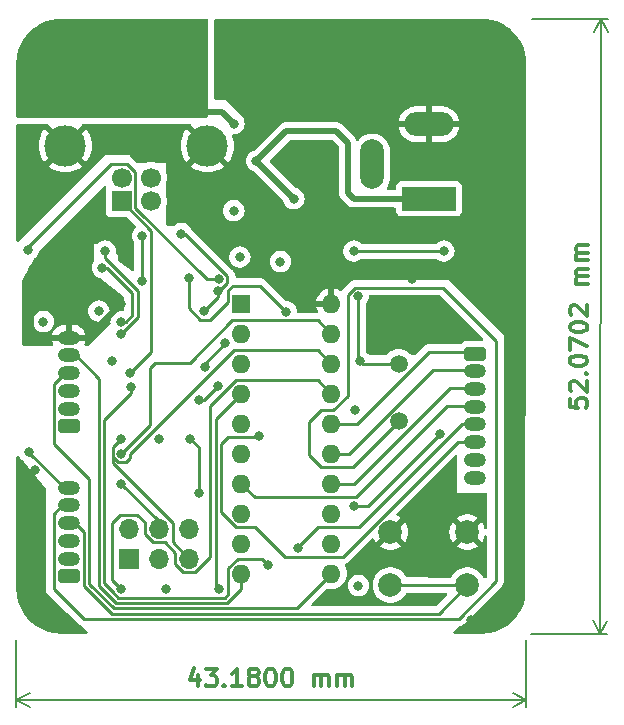
<source format=gbr>
%TF.GenerationSoftware,KiCad,Pcbnew,7.0.10*%
%TF.CreationDate,2025-06-13T16:12:02+05:30*%
%TF.ProjectId,PIC custom dev board_01,50494320-6375-4737-946f-6d2064657620,rev?*%
%TF.SameCoordinates,Original*%
%TF.FileFunction,Copper,L2,Bot*%
%TF.FilePolarity,Positive*%
%FSLAX46Y46*%
G04 Gerber Fmt 4.6, Leading zero omitted, Abs format (unit mm)*
G04 Created by KiCad (PCBNEW 7.0.10) date 2025-06-13 16:12:02*
%MOMM*%
%LPD*%
G01*
G04 APERTURE LIST*
G04 Aperture macros list*
%AMRoundRect*
0 Rectangle with rounded corners*
0 $1 Rounding radius*
0 $2 $3 $4 $5 $6 $7 $8 $9 X,Y pos of 4 corners*
0 Add a 4 corners polygon primitive as box body*
4,1,4,$2,$3,$4,$5,$6,$7,$8,$9,$2,$3,0*
0 Add four circle primitives for the rounded corners*
1,1,$1+$1,$2,$3*
1,1,$1+$1,$4,$5*
1,1,$1+$1,$6,$7*
1,1,$1+$1,$8,$9*
0 Add four rect primitives between the rounded corners*
20,1,$1+$1,$2,$3,$4,$5,0*
20,1,$1+$1,$4,$5,$6,$7,0*
20,1,$1+$1,$6,$7,$8,$9,0*
20,1,$1+$1,$8,$9,$2,$3,0*%
G04 Aperture macros list end*
%ADD10C,0.300000*%
%TA.AperFunction,NonConductor*%
%ADD11C,0.300000*%
%TD*%
%TA.AperFunction,NonConductor*%
%ADD12C,0.200000*%
%TD*%
%TA.AperFunction,ComponentPad*%
%ADD13RoundRect,0.250000X0.685000X-0.335000X0.685000X0.335000X-0.685000X0.335000X-0.685000X-0.335000X0*%
%TD*%
%TA.AperFunction,ComponentPad*%
%ADD14O,1.870000X1.170000*%
%TD*%
%TA.AperFunction,ComponentPad*%
%ADD15R,4.600000X2.000000*%
%TD*%
%TA.AperFunction,ComponentPad*%
%ADD16O,4.200000X2.000000*%
%TD*%
%TA.AperFunction,ComponentPad*%
%ADD17O,2.000000X4.200000*%
%TD*%
%TA.AperFunction,ComponentPad*%
%ADD18C,2.000000*%
%TD*%
%TA.AperFunction,ComponentPad*%
%ADD19R,1.700000X1.700000*%
%TD*%
%TA.AperFunction,ComponentPad*%
%ADD20C,1.700000*%
%TD*%
%TA.AperFunction,ComponentPad*%
%ADD21C,3.500000*%
%TD*%
%TA.AperFunction,ComponentPad*%
%ADD22O,1.700000X1.700000*%
%TD*%
%TA.AperFunction,ComponentPad*%
%ADD23RoundRect,0.250000X-0.685000X0.335000X-0.685000X-0.335000X0.685000X-0.335000X0.685000X0.335000X0*%
%TD*%
%TA.AperFunction,ComponentPad*%
%ADD24C,1.500000*%
%TD*%
%TA.AperFunction,ComponentPad*%
%ADD25R,1.600000X1.600000*%
%TD*%
%TA.AperFunction,ComponentPad*%
%ADD26O,1.600000X1.600000*%
%TD*%
%TA.AperFunction,ViaPad*%
%ADD27C,0.800000*%
%TD*%
%TA.AperFunction,ViaPad*%
%ADD28C,1.500000*%
%TD*%
%TA.AperFunction,ViaPad*%
%ADD29C,1.000000*%
%TD*%
%TA.AperFunction,Conductor*%
%ADD30C,0.500000*%
%TD*%
%TA.AperFunction,Conductor*%
%ADD31C,0.250000*%
%TD*%
G04 APERTURE END LIST*
D10*
D11*
X129675716Y-105066328D02*
X129675716Y-106066328D01*
X129318573Y-104494900D02*
X128961430Y-105566328D01*
X128961430Y-105566328D02*
X129890001Y-105566328D01*
X130318572Y-104566328D02*
X131247144Y-104566328D01*
X131247144Y-104566328D02*
X130747144Y-105137757D01*
X130747144Y-105137757D02*
X130961429Y-105137757D01*
X130961429Y-105137757D02*
X131104287Y-105209185D01*
X131104287Y-105209185D02*
X131175715Y-105280614D01*
X131175715Y-105280614D02*
X131247144Y-105423471D01*
X131247144Y-105423471D02*
X131247144Y-105780614D01*
X131247144Y-105780614D02*
X131175715Y-105923471D01*
X131175715Y-105923471D02*
X131104287Y-105994900D01*
X131104287Y-105994900D02*
X130961429Y-106066328D01*
X130961429Y-106066328D02*
X130532858Y-106066328D01*
X130532858Y-106066328D02*
X130390001Y-105994900D01*
X130390001Y-105994900D02*
X130318572Y-105923471D01*
X131890000Y-105923471D02*
X131961429Y-105994900D01*
X131961429Y-105994900D02*
X131890000Y-106066328D01*
X131890000Y-106066328D02*
X131818572Y-105994900D01*
X131818572Y-105994900D02*
X131890000Y-105923471D01*
X131890000Y-105923471D02*
X131890000Y-106066328D01*
X133390001Y-106066328D02*
X132532858Y-106066328D01*
X132961429Y-106066328D02*
X132961429Y-104566328D01*
X132961429Y-104566328D02*
X132818572Y-104780614D01*
X132818572Y-104780614D02*
X132675715Y-104923471D01*
X132675715Y-104923471D02*
X132532858Y-104994900D01*
X134247143Y-105209185D02*
X134104286Y-105137757D01*
X134104286Y-105137757D02*
X134032857Y-105066328D01*
X134032857Y-105066328D02*
X133961429Y-104923471D01*
X133961429Y-104923471D02*
X133961429Y-104852042D01*
X133961429Y-104852042D02*
X134032857Y-104709185D01*
X134032857Y-104709185D02*
X134104286Y-104637757D01*
X134104286Y-104637757D02*
X134247143Y-104566328D01*
X134247143Y-104566328D02*
X134532857Y-104566328D01*
X134532857Y-104566328D02*
X134675715Y-104637757D01*
X134675715Y-104637757D02*
X134747143Y-104709185D01*
X134747143Y-104709185D02*
X134818572Y-104852042D01*
X134818572Y-104852042D02*
X134818572Y-104923471D01*
X134818572Y-104923471D02*
X134747143Y-105066328D01*
X134747143Y-105066328D02*
X134675715Y-105137757D01*
X134675715Y-105137757D02*
X134532857Y-105209185D01*
X134532857Y-105209185D02*
X134247143Y-105209185D01*
X134247143Y-105209185D02*
X134104286Y-105280614D01*
X134104286Y-105280614D02*
X134032857Y-105352042D01*
X134032857Y-105352042D02*
X133961429Y-105494900D01*
X133961429Y-105494900D02*
X133961429Y-105780614D01*
X133961429Y-105780614D02*
X134032857Y-105923471D01*
X134032857Y-105923471D02*
X134104286Y-105994900D01*
X134104286Y-105994900D02*
X134247143Y-106066328D01*
X134247143Y-106066328D02*
X134532857Y-106066328D01*
X134532857Y-106066328D02*
X134675715Y-105994900D01*
X134675715Y-105994900D02*
X134747143Y-105923471D01*
X134747143Y-105923471D02*
X134818572Y-105780614D01*
X134818572Y-105780614D02*
X134818572Y-105494900D01*
X134818572Y-105494900D02*
X134747143Y-105352042D01*
X134747143Y-105352042D02*
X134675715Y-105280614D01*
X134675715Y-105280614D02*
X134532857Y-105209185D01*
X135747143Y-104566328D02*
X135890000Y-104566328D01*
X135890000Y-104566328D02*
X136032857Y-104637757D01*
X136032857Y-104637757D02*
X136104286Y-104709185D01*
X136104286Y-104709185D02*
X136175714Y-104852042D01*
X136175714Y-104852042D02*
X136247143Y-105137757D01*
X136247143Y-105137757D02*
X136247143Y-105494900D01*
X136247143Y-105494900D02*
X136175714Y-105780614D01*
X136175714Y-105780614D02*
X136104286Y-105923471D01*
X136104286Y-105923471D02*
X136032857Y-105994900D01*
X136032857Y-105994900D02*
X135890000Y-106066328D01*
X135890000Y-106066328D02*
X135747143Y-106066328D01*
X135747143Y-106066328D02*
X135604286Y-105994900D01*
X135604286Y-105994900D02*
X135532857Y-105923471D01*
X135532857Y-105923471D02*
X135461428Y-105780614D01*
X135461428Y-105780614D02*
X135390000Y-105494900D01*
X135390000Y-105494900D02*
X135390000Y-105137757D01*
X135390000Y-105137757D02*
X135461428Y-104852042D01*
X135461428Y-104852042D02*
X135532857Y-104709185D01*
X135532857Y-104709185D02*
X135604286Y-104637757D01*
X135604286Y-104637757D02*
X135747143Y-104566328D01*
X137175714Y-104566328D02*
X137318571Y-104566328D01*
X137318571Y-104566328D02*
X137461428Y-104637757D01*
X137461428Y-104637757D02*
X137532857Y-104709185D01*
X137532857Y-104709185D02*
X137604285Y-104852042D01*
X137604285Y-104852042D02*
X137675714Y-105137757D01*
X137675714Y-105137757D02*
X137675714Y-105494900D01*
X137675714Y-105494900D02*
X137604285Y-105780614D01*
X137604285Y-105780614D02*
X137532857Y-105923471D01*
X137532857Y-105923471D02*
X137461428Y-105994900D01*
X137461428Y-105994900D02*
X137318571Y-106066328D01*
X137318571Y-106066328D02*
X137175714Y-106066328D01*
X137175714Y-106066328D02*
X137032857Y-105994900D01*
X137032857Y-105994900D02*
X136961428Y-105923471D01*
X136961428Y-105923471D02*
X136889999Y-105780614D01*
X136889999Y-105780614D02*
X136818571Y-105494900D01*
X136818571Y-105494900D02*
X136818571Y-105137757D01*
X136818571Y-105137757D02*
X136889999Y-104852042D01*
X136889999Y-104852042D02*
X136961428Y-104709185D01*
X136961428Y-104709185D02*
X137032857Y-104637757D01*
X137032857Y-104637757D02*
X137175714Y-104566328D01*
X139461427Y-106066328D02*
X139461427Y-105066328D01*
X139461427Y-105209185D02*
X139532856Y-105137757D01*
X139532856Y-105137757D02*
X139675713Y-105066328D01*
X139675713Y-105066328D02*
X139889999Y-105066328D01*
X139889999Y-105066328D02*
X140032856Y-105137757D01*
X140032856Y-105137757D02*
X140104285Y-105280614D01*
X140104285Y-105280614D02*
X140104285Y-106066328D01*
X140104285Y-105280614D02*
X140175713Y-105137757D01*
X140175713Y-105137757D02*
X140318570Y-105066328D01*
X140318570Y-105066328D02*
X140532856Y-105066328D01*
X140532856Y-105066328D02*
X140675713Y-105137757D01*
X140675713Y-105137757D02*
X140747142Y-105280614D01*
X140747142Y-105280614D02*
X140747142Y-106066328D01*
X141461427Y-106066328D02*
X141461427Y-105066328D01*
X141461427Y-105209185D02*
X141532856Y-105137757D01*
X141532856Y-105137757D02*
X141675713Y-105066328D01*
X141675713Y-105066328D02*
X141889999Y-105066328D01*
X141889999Y-105066328D02*
X142032856Y-105137757D01*
X142032856Y-105137757D02*
X142104285Y-105280614D01*
X142104285Y-105280614D02*
X142104285Y-106066328D01*
X142104285Y-105280614D02*
X142175713Y-105137757D01*
X142175713Y-105137757D02*
X142318570Y-105066328D01*
X142318570Y-105066328D02*
X142532856Y-105066328D01*
X142532856Y-105066328D02*
X142675713Y-105137757D01*
X142675713Y-105137757D02*
X142747142Y-105280614D01*
X142747142Y-105280614D02*
X142747142Y-106066328D01*
D12*
X114300000Y-102100000D02*
X114300000Y-107774420D01*
X157480000Y-102100000D02*
X157480000Y-107774420D01*
X114300000Y-107188000D02*
X157480000Y-107188000D01*
X114300000Y-107188000D02*
X157480000Y-107188000D01*
X114300000Y-107188000D02*
X115426504Y-106601579D01*
X114300000Y-107188000D02*
X115426504Y-107774421D01*
X157480000Y-107188000D02*
X156353496Y-107774421D01*
X157480000Y-107188000D02*
X156353496Y-106601579D01*
D10*
D11*
X161136079Y-81716946D02*
X161134337Y-82431229D01*
X161134337Y-82431229D02*
X161848446Y-82504400D01*
X161848446Y-82504400D02*
X161777192Y-82432797D01*
X161777192Y-82432797D02*
X161706112Y-82289766D01*
X161706112Y-82289766D02*
X161706983Y-81932624D01*
X161706983Y-81932624D02*
X161778760Y-81789942D01*
X161778760Y-81789942D02*
X161850363Y-81718688D01*
X161850363Y-81718688D02*
X161993394Y-81647608D01*
X161993394Y-81647608D02*
X162350535Y-81648479D01*
X162350535Y-81648479D02*
X162493218Y-81720256D01*
X162493218Y-81720256D02*
X162564472Y-81791858D01*
X162564472Y-81791858D02*
X162635552Y-81934889D01*
X162635552Y-81934889D02*
X162634681Y-82292031D01*
X162634681Y-82292031D02*
X162562904Y-82434713D01*
X162562904Y-82434713D02*
X162491301Y-82505968D01*
X161280504Y-81074439D02*
X161209249Y-81002837D01*
X161209249Y-81002837D02*
X161138170Y-80859806D01*
X161138170Y-80859806D02*
X161139041Y-80502664D01*
X161139041Y-80502664D02*
X161210817Y-80359981D01*
X161210817Y-80359981D02*
X161282420Y-80288727D01*
X161282420Y-80288727D02*
X161425451Y-80217647D01*
X161425451Y-80217647D02*
X161568308Y-80217996D01*
X161568308Y-80217996D02*
X161782419Y-80289947D01*
X161782419Y-80289947D02*
X162637468Y-81149178D01*
X162637468Y-81149178D02*
X162639733Y-80220609D01*
X162498444Y-79577406D02*
X162570047Y-79506152D01*
X162570047Y-79506152D02*
X162641301Y-79577754D01*
X162641301Y-79577754D02*
X162569698Y-79649008D01*
X162569698Y-79649008D02*
X162498444Y-79577406D01*
X162498444Y-79577406D02*
X162641301Y-79577754D01*
X161143744Y-78574098D02*
X161144093Y-78431242D01*
X161144093Y-78431242D02*
X161215870Y-78288559D01*
X161215870Y-78288559D02*
X161287472Y-78217305D01*
X161287472Y-78217305D02*
X161430503Y-78146225D01*
X161430503Y-78146225D02*
X161716391Y-78075494D01*
X161716391Y-78075494D02*
X162073533Y-78076365D01*
X162073533Y-78076365D02*
X162359072Y-78148490D01*
X162359072Y-78148490D02*
X162501754Y-78220267D01*
X162501754Y-78220267D02*
X162573009Y-78291869D01*
X162573009Y-78291869D02*
X162644088Y-78434900D01*
X162644088Y-78434900D02*
X162643740Y-78577757D01*
X162643740Y-78577757D02*
X162571963Y-78720439D01*
X162571963Y-78720439D02*
X162500361Y-78791694D01*
X162500361Y-78791694D02*
X162357330Y-78862773D01*
X162357330Y-78862773D02*
X162071442Y-78933505D01*
X162071442Y-78933505D02*
X161714300Y-78932634D01*
X161714300Y-78932634D02*
X161428761Y-78860509D01*
X161428761Y-78860509D02*
X161286079Y-78788732D01*
X161286079Y-78788732D02*
X161214824Y-78717129D01*
X161214824Y-78717129D02*
X161143744Y-78574098D01*
X161146183Y-77574102D02*
X161148623Y-76574105D01*
X161148623Y-76574105D02*
X162647050Y-77220618D01*
X161150713Y-75716965D02*
X161151062Y-75574108D01*
X161151062Y-75574108D02*
X161222838Y-75431426D01*
X161222838Y-75431426D02*
X161294441Y-75360171D01*
X161294441Y-75360171D02*
X161437472Y-75289092D01*
X161437472Y-75289092D02*
X161723359Y-75218360D01*
X161723359Y-75218360D02*
X162080501Y-75219231D01*
X162080501Y-75219231D02*
X162366040Y-75291356D01*
X162366040Y-75291356D02*
X162508723Y-75363133D01*
X162508723Y-75363133D02*
X162579977Y-75434736D01*
X162579977Y-75434736D02*
X162651057Y-75577767D01*
X162651057Y-75577767D02*
X162650709Y-75720623D01*
X162650709Y-75720623D02*
X162578932Y-75863306D01*
X162578932Y-75863306D02*
X162507329Y-75934560D01*
X162507329Y-75934560D02*
X162364298Y-76005640D01*
X162364298Y-76005640D02*
X162078411Y-76076371D01*
X162078411Y-76076371D02*
X161721269Y-76075500D01*
X161721269Y-76075500D02*
X161435730Y-76003375D01*
X161435730Y-76003375D02*
X161293047Y-75931598D01*
X161293047Y-75931598D02*
X161221793Y-75859996D01*
X161221793Y-75859996D02*
X161150713Y-75716965D01*
X161296183Y-74645888D02*
X161224929Y-74574286D01*
X161224929Y-74574286D02*
X161153849Y-74431255D01*
X161153849Y-74431255D02*
X161154720Y-74074113D01*
X161154720Y-74074113D02*
X161226497Y-73931431D01*
X161226497Y-73931431D02*
X161298099Y-73860176D01*
X161298099Y-73860176D02*
X161441130Y-73789096D01*
X161441130Y-73789096D02*
X161583987Y-73789445D01*
X161583987Y-73789445D02*
X161798098Y-73861396D01*
X161798098Y-73861396D02*
X162653148Y-74720627D01*
X162653148Y-74720627D02*
X162655412Y-73792058D01*
X162659768Y-72006350D02*
X161659771Y-72003911D01*
X161802628Y-72004259D02*
X161731373Y-71932657D01*
X161731373Y-71932657D02*
X161660293Y-71789626D01*
X161660293Y-71789626D02*
X161660816Y-71575341D01*
X161660816Y-71575341D02*
X161732593Y-71432658D01*
X161732593Y-71432658D02*
X161875624Y-71361578D01*
X161875624Y-71361578D02*
X162661336Y-71363494D01*
X161875624Y-71361578D02*
X161732941Y-71289801D01*
X161732941Y-71289801D02*
X161661861Y-71146770D01*
X161661861Y-71146770D02*
X161662384Y-70932485D01*
X161662384Y-70932485D02*
X161734161Y-70789803D01*
X161734161Y-70789803D02*
X161877192Y-70718723D01*
X161877192Y-70718723D02*
X162662904Y-70720639D01*
X162664646Y-70006356D02*
X161664649Y-70003917D01*
X161807506Y-70004265D02*
X161736251Y-69932663D01*
X161736251Y-69932663D02*
X161665171Y-69789632D01*
X161665171Y-69789632D02*
X161665694Y-69575346D01*
X161665694Y-69575346D02*
X161737471Y-69432664D01*
X161737471Y-69432664D02*
X161880502Y-69361584D01*
X161880502Y-69361584D02*
X162666214Y-69363500D01*
X161880502Y-69361584D02*
X161737819Y-69289807D01*
X161737819Y-69289807D02*
X161666739Y-69146776D01*
X161666739Y-69146776D02*
X161667262Y-68932491D01*
X161667262Y-68932491D02*
X161739039Y-68789809D01*
X161739039Y-68789809D02*
X161882070Y-68718729D01*
X161882070Y-68718729D02*
X162667782Y-68720645D01*
D12*
X157852999Y-101601220D02*
X164295645Y-101616934D01*
X157979999Y-49531220D02*
X164422645Y-49546934D01*
X163709226Y-101615503D02*
X163836226Y-49545503D01*
X163709226Y-101615503D02*
X163836226Y-49545503D01*
X163709226Y-101615503D02*
X163125555Y-100487572D01*
X163709226Y-101615503D02*
X164298393Y-100490433D01*
X163836226Y-49545503D02*
X164419897Y-50673434D01*
X163836226Y-49545503D02*
X163247059Y-50670573D01*
D13*
%TO.P,J5,1,Pin_1*%
%TO.N,Net-(J3-PGD{slash}ICSPDAT)*%
X118745000Y-96750000D03*
D14*
%TO.P,J5,2,Pin_2*%
%TO.N,Net-(J3-PGC{slash}ICSPCLK)*%
X118745000Y-95250000D03*
%TO.P,J5,3,Pin_3*%
%TO.N,Net-(J5-Pin_3)*%
X118745000Y-93750000D03*
%TO.P,J5,4,Pin_4*%
%TO.N,Net-(J3-~{MCLR}{slash}VPP)*%
X118745000Y-92250000D03*
%TO.P,J5,5,Pin_5*%
%TO.N,Net-(J5-Pin_5)*%
X118745000Y-90750000D03*
%TO.P,J5,6,Pin_6*%
%TO.N,Net-(J5-Pin_6)*%
X118745000Y-89250000D03*
%TD*%
D15*
%TO.P,J2,1*%
%TO.N,Net-(U1-VI)*%
X149240000Y-64770000D03*
D16*
%TO.P,J2,2*%
%TO.N,GND*%
X149240000Y-58470000D03*
D17*
%TO.P,J2,3*%
%TO.N,N/C*%
X144440000Y-61870000D03*
%TD*%
D18*
%TO.P,SW1,1,1*%
%TO.N,GND*%
X145975000Y-93000000D03*
X152475000Y-93000000D03*
%TO.P,SW1,2,2*%
%TO.N,Net-(J3-~{MCLR}{slash}VPP)*%
X145975000Y-97500000D03*
X152475000Y-97500000D03*
%TD*%
D13*
%TO.P,J4,1,Pin_1*%
%TO.N,+5V*%
X118745000Y-84050000D03*
D14*
%TO.P,J4,2,Pin_2*%
%TO.N,Net-(J4-Pin_2)*%
X118745000Y-82550000D03*
%TO.P,J4,3,Pin_3*%
%TO.N,Net-(J4-Pin_3)*%
X118745000Y-81050000D03*
%TO.P,J4,4,Pin_4*%
%TO.N,Net-(J4-Pin_4)*%
X118745000Y-79550000D03*
%TO.P,J4,5,Pin_5*%
%TO.N,Net-(J4-Pin_5)*%
X118745000Y-78050000D03*
%TO.P,J4,6,Pin_6*%
%TO.N,GND*%
X118745000Y-76550000D03*
%TD*%
D19*
%TO.P,J6,1,VBUS*%
%TO.N,Net-(J6-VBUS)*%
X123210000Y-64997500D03*
D20*
%TO.P,J6,2,D-*%
%TO.N,Net-(D2-A1)*%
X125710000Y-64997500D03*
%TO.P,J6,3,D+*%
%TO.N,Net-(D2-A2)*%
X125710000Y-62997500D03*
%TO.P,J6,4,GND*%
%TO.N,GND*%
X123210000Y-62997500D03*
D21*
%TO.P,J6,5,Shield*%
X118440000Y-60287500D03*
X130480000Y-60287500D03*
%TD*%
D19*
%TO.P,J3,1,~{MCLR}/VPP*%
%TO.N,Net-(J3-~{MCLR}{slash}VPP)*%
X123825000Y-95250000D03*
D22*
%TO.P,J3,2,VDD*%
%TO.N,+5V*%
X123825000Y-92710000D03*
%TO.P,J3,3,VSS*%
%TO.N,GND*%
X126365000Y-95250000D03*
%TO.P,J3,4,PGD/ICSPDAT*%
%TO.N,Net-(J3-PGD{slash}ICSPDAT)*%
X126365000Y-92710000D03*
%TO.P,J3,5,PGC/ICSPCLK*%
%TO.N,Net-(J3-PGC{slash}ICSPCLK)*%
X128905000Y-95250000D03*
%TO.P,J3,6,PGM/LVP*%
%TO.N,unconnected-(J3-PGM{slash}LVP-Pad6)*%
X128905000Y-92710000D03*
%TD*%
D23*
%TO.P,J1,1,Pin_1*%
%TO.N,Net-(J1-Pin_1)*%
X153162000Y-77892000D03*
D14*
%TO.P,J1,2,Pin_2*%
%TO.N,Net-(J1-Pin_2)*%
X153162000Y-79392000D03*
%TO.P,J1,3,Pin_3*%
%TO.N,Net-(J1-Pin_3)*%
X153162000Y-80892000D03*
%TO.P,J1,4,Pin_4*%
%TO.N,Net-(J1-Pin_4)*%
X153162000Y-82392000D03*
%TO.P,J1,5,Pin_5*%
%TO.N,Net-(J1-Pin_5)*%
X153162000Y-83892000D03*
%TO.P,J1,6,Pin_6*%
%TO.N,Net-(J1-Pin_6)*%
X153162000Y-85392000D03*
%TO.P,J1,7,Pin_7*%
%TO.N,Net-(J1-Pin_7)*%
X153162000Y-86892000D03*
%TO.P,J1,8,Pin_8*%
%TO.N,Net-(J1-Pin_8)*%
X153162000Y-88392000D03*
%TD*%
D24*
%TO.P,Y1,1,1*%
%TO.N,Net-(J5-Pin_5)*%
X146685000Y-83620000D03*
%TO.P,Y1,2,2*%
%TO.N,Net-(J5-Pin_6)*%
X146685000Y-78740000D03*
%TD*%
D25*
%TO.P,U2,1,VDD*%
%TO.N,+5V*%
X133350000Y-73660000D03*
D26*
%TO.P,U2,2,RA5*%
%TO.N,Net-(J5-Pin_6)*%
X133350000Y-76200000D03*
%TO.P,U2,3,RA4*%
%TO.N,Net-(J5-Pin_5)*%
X133350000Y-78740000D03*
%TO.P,U2,4,RA3/~{MCLR}/VPP*%
%TO.N,Net-(J3-~{MCLR}{slash}VPP)*%
X133350000Y-81280000D03*
%TO.P,U2,5,RC5*%
%TO.N,Net-(U2-RC5)*%
X133350000Y-83820000D03*
%TO.P,U2,6,RC4*%
%TO.N,Net-(U2-RC4)*%
X133350000Y-86360000D03*
%TO.P,U2,7,RC3*%
%TO.N,Net-(J1-Pin_4)*%
X133350000Y-88900000D03*
%TO.P,U2,8,RC6*%
%TO.N,Net-(J1-Pin_7)*%
X133350000Y-91440000D03*
%TO.P,U2,9,RC7*%
%TO.N,Net-(J1-Pin_8)*%
X133350000Y-93980000D03*
%TO.P,U2,10,RB7*%
%TO.N,Net-(J4-Pin_5)*%
X133350000Y-96520000D03*
%TO.P,U2,11,RB6*%
%TO.N,Net-(J4-Pin_4)*%
X140970000Y-96520000D03*
%TO.P,U2,12,RB5*%
%TO.N,Net-(J4-Pin_3)*%
X140970000Y-93980000D03*
%TO.P,U2,13,RB4*%
%TO.N,Net-(J4-Pin_2)*%
X140970000Y-91440000D03*
%TO.P,U2,14,RC2*%
%TO.N,Net-(J1-Pin_3)*%
X140970000Y-88900000D03*
%TO.P,U2,15,RC1*%
%TO.N,Net-(J1-Pin_2)*%
X140970000Y-86360000D03*
%TO.P,U2,16,RC0*%
%TO.N,Net-(J1-Pin_1)*%
X140970000Y-83820000D03*
%TO.P,U2,17,RA2*%
%TO.N,Net-(J5-Pin_3)*%
X140970000Y-81280000D03*
%TO.P,U2,18,RA1/ICSPCLK*%
%TO.N,Net-(J3-PGC{slash}ICSPCLK)*%
X140970000Y-78740000D03*
%TO.P,U2,19,RA0/ICSPDAT*%
%TO.N,Net-(J3-PGD{slash}ICSPDAT)*%
X140970000Y-76200000D03*
%TO.P,U2,20,VSS*%
%TO.N,GND*%
X140970000Y-73660000D03*
%TD*%
D27*
%TO.N,+5V*%
X133223000Y-69723000D03*
X117983000Y-100076000D03*
X132715000Y-58420000D03*
D28*
X116205000Y-53340000D03*
D27*
X132715000Y-65786000D03*
X117348000Y-57404000D03*
X121285000Y-74295000D03*
X115888447Y-87768753D03*
X136652000Y-70104000D03*
X116586000Y-75184000D03*
X122428000Y-78486000D03*
%TO.N,GND*%
X125984000Y-60325000D03*
D29*
X123698000Y-69088000D03*
D27*
X156464000Y-93853000D03*
X127000000Y-97827000D03*
X147828000Y-71575000D03*
D28*
X155575000Y-53340000D03*
D27*
X131826000Y-53594000D03*
X123190000Y-73660000D03*
X116337500Y-69982500D03*
X152781000Y-100457000D03*
D29*
X127635000Y-65405000D03*
D27*
X120904000Y-67564000D03*
X145034000Y-75311000D03*
X156083000Y-70231000D03*
%TO.N,Net-(U1-VI)*%
X137795000Y-64770000D03*
X134620000Y-61595000D03*
%TO.N,Net-(J5-Pin_5)*%
X142875000Y-90805000D03*
X150142146Y-84737143D03*
X143002000Y-82695000D03*
%TO.N,Net-(J5-Pin_6)*%
X143256000Y-73025000D03*
X131451873Y-71597522D03*
X115316000Y-69088000D03*
X115363250Y-86233000D03*
X143383000Y-78486000D03*
%TO.N,Net-(J3-~{MCLR}{slash}VPP)*%
X131445000Y-97790000D03*
X128905000Y-71500000D03*
X137160000Y-74350000D03*
X143256000Y-97536000D03*
%TO.N,Net-(D1-A)*%
X150495000Y-69215000D03*
X142875000Y-69215000D03*
%TO.N,Net-(D2-A1)*%
X121830000Y-69215000D03*
X123190000Y-76200000D03*
%TO.N,Net-(D2-A2)*%
X121586525Y-70602875D03*
X123169555Y-75195138D03*
%TO.N,Net-(J3-PGC{slash}ICSPCLK)*%
X123190000Y-85090000D03*
%TO.N,Net-(U3-TXD)*%
X130270000Y-78994000D03*
X131997967Y-77001949D03*
%TO.N,Net-(U2-RC4)*%
X126365000Y-85090000D03*
%TO.N,Net-(J3-PGD{slash}ICSPDAT)*%
X123190000Y-86360000D03*
X123185347Y-88904653D03*
%TO.N,Net-(U2-RC5)*%
X129032000Y-85090000D03*
X129794000Y-89662000D03*
%TO.N,Net-(J1-Pin_5)*%
X138176000Y-94380000D03*
X135636000Y-95758000D03*
X123988403Y-80735597D03*
%TO.N,Net-(J1-Pin_6)*%
X134874000Y-84836000D03*
X129794000Y-81788000D03*
X131406851Y-80606852D03*
%TO.N,Net-(J5-Pin_3)*%
X123190000Y-97790000D03*
%TO.N,Net-(J6-VBUS)*%
X123952000Y-79502000D03*
%TO.N,Net-(U3-~{CTS})*%
X124926739Y-71706998D03*
X124968000Y-67945000D03*
X130175000Y-74295000D03*
X128270000Y-67730000D03*
X131408274Y-72596573D03*
%TD*%
D30*
%TO.N,+5V*%
X131699000Y-57404000D02*
X132715000Y-58420000D01*
X117348000Y-57404000D02*
X131699000Y-57404000D01*
%TO.N,GND*%
X115570000Y-70750000D02*
X115570000Y-76200000D01*
X120300000Y-76550000D02*
X118745000Y-76550000D01*
X116337500Y-69982500D02*
X115570000Y-70750000D01*
X122174000Y-67564000D02*
X123698000Y-69088000D01*
X115570000Y-76200000D02*
X115920000Y-76550000D01*
X115920000Y-76550000D02*
X118745000Y-76550000D01*
X122555000Y-74295000D02*
X120300000Y-76550000D01*
X122174000Y-67564000D02*
X120904000Y-67564000D01*
X130480000Y-60287500D02*
X127635000Y-63132500D01*
X127635000Y-63132500D02*
X127635000Y-65405000D01*
X122555000Y-74295000D02*
X123190000Y-73660000D01*
%TO.N,Net-(U1-VI)*%
X145415000Y-64770000D02*
X142875000Y-64770000D01*
X137795000Y-64770000D02*
X134620000Y-61595000D01*
X150510000Y-64770000D02*
X145415000Y-64770000D01*
X137160000Y-59055000D02*
X134620000Y-61595000D01*
X142367000Y-64262000D02*
X142367000Y-60071000D01*
X142367000Y-60071000D02*
X141351000Y-59055000D01*
X141351000Y-59055000D02*
X137160000Y-59055000D01*
X149240000Y-64770000D02*
X145415000Y-64770000D01*
X142875000Y-64770000D02*
X142367000Y-64262000D01*
D31*
%TO.N,Net-(J5-Pin_5)*%
X150405000Y-72300000D02*
X154930000Y-76825000D01*
X140063000Y-87485000D02*
X139065000Y-86487000D01*
X142367000Y-72888695D02*
X142955695Y-72300000D01*
X154930000Y-97165000D02*
X151743000Y-100352000D01*
X140063000Y-82695000D02*
X141145991Y-82695000D01*
X117475000Y-97794188D02*
X117475000Y-91440000D01*
X142875000Y-90805000D02*
X144074289Y-90805000D01*
X120032812Y-100352000D02*
X117475000Y-97794188D01*
X151743000Y-100352000D02*
X120032812Y-100352000D01*
X142820000Y-87485000D02*
X140063000Y-87485000D01*
X117475000Y-91440000D02*
X118165000Y-90750000D01*
X142367000Y-81473991D02*
X142367000Y-72888695D01*
X139065000Y-83693000D02*
X140063000Y-82695000D01*
X144074289Y-90805000D02*
X150142146Y-84737143D01*
X141145991Y-82695000D02*
X142367000Y-81473991D01*
X118165000Y-90750000D02*
X118745000Y-90750000D01*
X139065000Y-86487000D02*
X139065000Y-83693000D01*
X142955695Y-72300000D02*
X150405000Y-72300000D01*
X154930000Y-76825000D02*
X154930000Y-97165000D01*
X146685000Y-83620000D02*
X142820000Y-87485000D01*
%TO.N,Net-(J5-Pin_6)*%
X143637000Y-78740000D02*
X146685000Y-78740000D01*
X124385000Y-62510799D02*
X124385000Y-65536104D01*
X115316000Y-68834000D02*
X122327500Y-61822500D01*
X130446418Y-71597522D02*
X131451873Y-71597522D01*
X143383000Y-78486000D02*
X143256000Y-78359000D01*
X143383000Y-78486000D02*
X143637000Y-78740000D01*
X123696701Y-61822500D02*
X124385000Y-62510799D01*
X124385000Y-65536104D02*
X130446418Y-71597522D01*
X118395000Y-89250000D02*
X118745000Y-89250000D01*
X143256000Y-78359000D02*
X143256000Y-73025000D01*
X115410500Y-86265500D02*
X118395000Y-89250000D01*
X122327500Y-61822500D02*
X123696701Y-61822500D01*
X115316000Y-69088000D02*
X115316000Y-68834000D01*
%TO.N,Net-(J3-~{MCLR}{slash}VPP)*%
X150073000Y-99902000D02*
X152475000Y-97500000D01*
X134946000Y-72136000D02*
X137160000Y-74350000D01*
X130720000Y-75020000D02*
X132225000Y-73515000D01*
X132225000Y-72535000D02*
X132624000Y-72136000D01*
X131180000Y-83450000D02*
X133350000Y-81280000D01*
X129874695Y-75020000D02*
X130720000Y-75020000D01*
X131445000Y-97790000D02*
X131180000Y-97525000D01*
X119237500Y-92250000D02*
X120015000Y-93027500D01*
X118745000Y-92250000D02*
X119237500Y-92250000D01*
X131180000Y-97525000D02*
X131180000Y-83450000D01*
X145975000Y-97500000D02*
X152475000Y-97500000D01*
X128905000Y-74050305D02*
X129874695Y-75020000D01*
X132225000Y-73515000D02*
X132225000Y-72535000D01*
X120015000Y-93027500D02*
X120015000Y-97549493D01*
X128905000Y-71500000D02*
X128905000Y-74050305D01*
X122367507Y-99902000D02*
X150073000Y-99902000D01*
X132624000Y-72136000D02*
X134946000Y-72136000D01*
X120015000Y-97549493D02*
X122367507Y-99902000D01*
%TO.N,Net-(D1-A)*%
X150495000Y-69215000D02*
X142875000Y-69215000D01*
%TO.N,Net-(D2-A1)*%
X121830000Y-69821045D02*
X124580000Y-72571045D01*
X124580000Y-72571045D02*
X124580000Y-74810000D01*
X121830000Y-69215000D02*
X121830000Y-69821045D01*
X124580000Y-74810000D02*
X123190000Y-76200000D01*
%TO.N,Net-(D2-A2)*%
X124130000Y-72757441D02*
X121975434Y-70602875D01*
X123169555Y-75195138D02*
X123558466Y-75195138D01*
X121975434Y-70602875D02*
X121586525Y-70602875D01*
X124130000Y-74623604D02*
X124130000Y-72757441D01*
X123558466Y-75195138D02*
X124130000Y-74623604D01*
%TO.N,Net-(J3-PGC{slash}ICSPCLK)*%
X122465000Y-85815000D02*
X122465000Y-87159000D01*
X123952000Y-86745652D02*
X123952000Y-86360000D01*
X122465000Y-86660305D02*
X122889695Y-87085000D01*
X122474305Y-87159000D02*
X122899000Y-87583695D01*
X122899000Y-87583695D02*
X122899000Y-87593000D01*
X127540000Y-92223299D02*
X127540000Y-93885000D01*
X125846000Y-90540000D02*
X125856701Y-90540000D01*
X132697000Y-77615000D02*
X139845000Y-77615000D01*
X123612652Y-87085000D02*
X123952000Y-86745652D01*
X122899000Y-87593000D02*
X125846000Y-90540000D01*
X122465000Y-85815000D02*
X122465000Y-86660305D01*
X122465000Y-87159000D02*
X122474305Y-87159000D01*
X123190000Y-85090000D02*
X122465000Y-85815000D01*
X122889695Y-87085000D02*
X123612652Y-87085000D01*
X125856701Y-90540000D02*
X127540000Y-92223299D01*
X123952000Y-86360000D02*
X132697000Y-77615000D01*
X127540000Y-93885000D02*
X128905000Y-95250000D01*
X139845000Y-77615000D02*
X140970000Y-78740000D01*
%TO.N,Net-(U3-TXD)*%
X130270000Y-78729916D02*
X131997967Y-77001949D01*
X130270000Y-78994000D02*
X130270000Y-78729916D01*
%TO.N,Net-(J3-PGD{slash}ICSPDAT)*%
X128995000Y-78650000D02*
X132570000Y-75075000D01*
X123185347Y-88904653D02*
X123185347Y-88893951D01*
X123185347Y-88893951D02*
X126365000Y-92073604D01*
X123190000Y-86360000D02*
X125640000Y-83910000D01*
X126365000Y-92073604D02*
X126365000Y-92710000D01*
X132570000Y-75075000D02*
X139845000Y-75075000D01*
X125640000Y-83910000D02*
X125640000Y-79074695D01*
X139845000Y-75075000D02*
X140970000Y-76200000D01*
X125640000Y-79074695D02*
X126064695Y-78650000D01*
X126064695Y-78650000D02*
X128995000Y-78650000D01*
%TO.N,Net-(U2-RC5)*%
X129032000Y-85090000D02*
X129747695Y-85805695D01*
X129747695Y-85805695D02*
X129747695Y-89615695D01*
X129747695Y-89615695D02*
X129794000Y-89662000D01*
%TO.N,Net-(J1-Pin_1)*%
X149221280Y-77724000D02*
X152994000Y-77724000D01*
X143002000Y-83820000D02*
X143125280Y-83820000D01*
X152994000Y-77724000D02*
X153162000Y-77892000D01*
X143002000Y-83820000D02*
X140970000Y-83820000D01*
X143125280Y-83820000D02*
X149221280Y-77724000D01*
%TO.N,Net-(J1-Pin_5)*%
X123988403Y-80735597D02*
X123988403Y-81243597D01*
X123988403Y-81243597D02*
X121735000Y-83497000D01*
X143339595Y-92565000D02*
X152012595Y-83892000D01*
X122926695Y-98552000D02*
X131951604Y-98552000D01*
X132225000Y-96054009D02*
X133029009Y-95250000D01*
X135128000Y-95250000D02*
X135636000Y-95758000D01*
X122465000Y-98090305D02*
X122926695Y-98552000D01*
X132225000Y-98278604D02*
X132225000Y-96054009D01*
X152012595Y-83892000D02*
X153162000Y-83892000D01*
X131951604Y-98552000D02*
X132225000Y-98278604D01*
X138176000Y-94380000D02*
X138176000Y-94234000D01*
X122465000Y-98081000D02*
X122465000Y-98090305D01*
X121735000Y-83497000D02*
X121735000Y-97351000D01*
X133029009Y-95250000D02*
X135128000Y-95250000D01*
X139845000Y-92565000D02*
X143339595Y-92565000D01*
X138176000Y-94234000D02*
X139845000Y-92565000D01*
X121735000Y-97351000D02*
X122465000Y-98081000D01*
%TO.N,Net-(J1-Pin_2)*%
X153018000Y-79248000D02*
X149536720Y-79248000D01*
X153162000Y-79392000D02*
X153018000Y-79248000D01*
X142424720Y-86360000D02*
X140970000Y-86360000D01*
X149536720Y-79248000D02*
X142424720Y-86360000D01*
%TO.N,Net-(J1-Pin_3)*%
X153042000Y-80772000D02*
X151053280Y-80772000D01*
X151053280Y-80772000D02*
X142925280Y-88900000D01*
X142925280Y-88900000D02*
X140970000Y-88900000D01*
X153162000Y-80892000D02*
X153042000Y-80772000D01*
%TO.N,Net-(J1-Pin_4)*%
X153162000Y-82392000D02*
X153066000Y-82296000D01*
X150749000Y-82296000D02*
X143020000Y-90025000D01*
X134475000Y-90025000D02*
X133350000Y-88900000D01*
X153066000Y-82296000D02*
X150749000Y-82296000D01*
X143020000Y-90025000D02*
X134475000Y-90025000D01*
%TO.N,Net-(J1-Pin_6)*%
X141936584Y-95105000D02*
X137014999Y-95105000D01*
X134474999Y-92565000D02*
X132884009Y-92565000D01*
X129794000Y-81788000D02*
X130225703Y-81788000D01*
X153162000Y-85392000D02*
X153114000Y-85344000D01*
X153114000Y-85344000D02*
X151697584Y-85344000D01*
X132884009Y-92565000D02*
X131630000Y-91310991D01*
X134765000Y-84945000D02*
X134874000Y-84836000D01*
X130225703Y-81788000D02*
X131406851Y-80606852D01*
X131630000Y-91310991D02*
X131630000Y-85540000D01*
X131630000Y-85540000D02*
X132225000Y-84945000D01*
X137014999Y-95105000D02*
X134474999Y-92565000D01*
X151697584Y-85344000D02*
X141936584Y-95105000D01*
X132225000Y-84945000D02*
X134765000Y-84945000D01*
%TO.N,Net-(J4-Pin_4)*%
X138038000Y-99452000D02*
X140970000Y-96520000D01*
X120465000Y-88530000D02*
X120465000Y-97363097D01*
X118745000Y-79550000D02*
X118395000Y-79550000D01*
X118395000Y-79550000D02*
X117485000Y-80460000D01*
X122553903Y-99452000D02*
X138038000Y-99452000D01*
X120465000Y-97363097D02*
X122553903Y-99452000D01*
X117485000Y-85550000D02*
X120465000Y-88530000D01*
X117485000Y-80460000D02*
X117485000Y-85550000D01*
%TO.N,Net-(J4-Pin_5)*%
X133350000Y-97790000D02*
X133350000Y-96520000D01*
X118745000Y-78050000D02*
X119325000Y-78050000D01*
X132138000Y-99002000D02*
X133350000Y-97790000D01*
X122740299Y-99002000D02*
X132138000Y-99002000D01*
X121285000Y-80010000D02*
X121285000Y-97546701D01*
X121285000Y-97546701D02*
X122740299Y-99002000D01*
X119325000Y-78050000D02*
X121285000Y-80010000D01*
%TO.N,Net-(J5-Pin_3)*%
X122428000Y-92196649D02*
X123089649Y-91535000D01*
X122428000Y-97028000D02*
X122428000Y-92196649D01*
X125878299Y-93885000D02*
X126851701Y-93885000D01*
X123089649Y-91535000D02*
X124555000Y-91535000D01*
X139845000Y-80155000D02*
X140970000Y-81280000D01*
X128418299Y-96425000D02*
X129391701Y-96425000D01*
X125190000Y-92170000D02*
X125190000Y-93196701D01*
X130730000Y-82309009D02*
X132884009Y-80155000D01*
X126851701Y-93885000D02*
X127730000Y-94763299D01*
X127730000Y-95736701D02*
X128418299Y-96425000D01*
X124555000Y-91535000D02*
X125190000Y-92170000D01*
X132884009Y-80155000D02*
X139845000Y-80155000D01*
X130730000Y-95086701D02*
X130730000Y-82309009D01*
X125190000Y-93196701D02*
X125878299Y-93885000D01*
X123190000Y-97790000D02*
X122428000Y-97028000D01*
X127730000Y-94763299D02*
X127730000Y-95736701D01*
X129391701Y-96425000D02*
X130730000Y-95086701D01*
%TO.N,Net-(J6-VBUS)*%
X125730000Y-67517500D02*
X123210000Y-64997500D01*
X123952000Y-79502000D02*
X125730000Y-77724000D01*
X125730000Y-77724000D02*
X125730000Y-67517500D01*
%TO.N,Net-(U3-~{CTS})*%
X128270000Y-67730000D02*
X128609656Y-67730000D01*
X124926739Y-67986261D02*
X124926739Y-71706998D01*
X128609656Y-67730000D02*
X132176873Y-71297217D01*
X132176873Y-71297217D02*
X132176873Y-71897827D01*
X131408274Y-72596573D02*
X131408274Y-73061726D01*
X124968000Y-67945000D02*
X124926739Y-67986261D01*
X132176873Y-71897827D02*
X131478127Y-72596573D01*
X131478127Y-72596573D02*
X131408274Y-72596573D01*
X131408274Y-73061726D02*
X130175000Y-74295000D01*
%TD*%
%TA.AperFunction,Conductor*%
%TO.N,+5V*%
G36*
X130499039Y-49550185D02*
G01*
X130544794Y-49602989D01*
X130556000Y-49654500D01*
X130556000Y-57788000D01*
X130536315Y-57855039D01*
X130483511Y-57900794D01*
X130432000Y-57912000D01*
X114424500Y-57912000D01*
X114357461Y-57892315D01*
X114311706Y-57839511D01*
X114300500Y-57788000D01*
X114300500Y-53343050D01*
X114300649Y-53336966D01*
X114307993Y-53187463D01*
X114319658Y-52964898D01*
X114320825Y-52953247D01*
X114346969Y-52776994D01*
X114347087Y-52776226D01*
X114377760Y-52582566D01*
X114379936Y-52571897D01*
X114424500Y-52393991D01*
X114424922Y-52392362D01*
X114474283Y-52208143D01*
X114477301Y-52198485D01*
X114539768Y-52023901D01*
X114540727Y-52021312D01*
X114608246Y-51845420D01*
X114611877Y-51836927D01*
X114691711Y-51668133D01*
X114693201Y-51665099D01*
X114778255Y-51498171D01*
X114782345Y-51490785D01*
X114878641Y-51330125D01*
X114880891Y-51326518D01*
X114982566Y-51169952D01*
X114986937Y-51163661D01*
X115098695Y-51012972D01*
X115101857Y-51008893D01*
X115219107Y-50864101D01*
X115223534Y-50858935D01*
X115349664Y-50719772D01*
X115353783Y-50715446D01*
X115485446Y-50583783D01*
X115489772Y-50579664D01*
X115628935Y-50453534D01*
X115634101Y-50449107D01*
X115778893Y-50331857D01*
X115782972Y-50328695D01*
X115933670Y-50216930D01*
X115939952Y-50212566D01*
X116096518Y-50110891D01*
X116100125Y-50108641D01*
X116260785Y-50012345D01*
X116268171Y-50008255D01*
X116435099Y-49923201D01*
X116438133Y-49921711D01*
X116606927Y-49841877D01*
X116615420Y-49838246D01*
X116791312Y-49770727D01*
X116793901Y-49769768D01*
X116968485Y-49707301D01*
X116978143Y-49704283D01*
X117162362Y-49654922D01*
X117163991Y-49654500D01*
X117341897Y-49609936D01*
X117352566Y-49607760D01*
X117546226Y-49577087D01*
X117546994Y-49576969D01*
X117723247Y-49550825D01*
X117734898Y-49549658D01*
X117957494Y-49537992D01*
X118103578Y-49530815D01*
X118106968Y-49530649D01*
X118113051Y-49530500D01*
X130432000Y-49530500D01*
X130499039Y-49550185D01*
G37*
%TD.AperFunction*%
%TD*%
%TA.AperFunction,Conductor*%
%TO.N,GND*%
G36*
X142991177Y-71638821D02*
G01*
X142929853Y-71672304D01*
X142919029Y-71674161D01*
X142912359Y-71675003D01*
X142900726Y-71675918D01*
X142857067Y-71677290D01*
X142857064Y-71677291D01*
X142837821Y-71682881D01*
X142818778Y-71686825D01*
X142798899Y-71689336D01*
X142798898Y-71689337D01*
X142758288Y-71705415D01*
X142747243Y-71709197D01*
X142705303Y-71721383D01*
X142705299Y-71721385D01*
X142688060Y-71731580D01*
X142670593Y-71740137D01*
X142651964Y-71747512D01*
X142651962Y-71747514D01*
X142616621Y-71773189D01*
X142606863Y-71779599D01*
X142569275Y-71801828D01*
X142555103Y-71816000D01*
X142540318Y-71828628D01*
X142524107Y-71840407D01*
X142496266Y-71874059D01*
X142488406Y-71882696D01*
X141983208Y-72387894D01*
X141970951Y-72397715D01*
X141971134Y-72397936D01*
X141965122Y-72402909D01*
X141919098Y-72451918D01*
X141916391Y-72454711D01*
X141896889Y-72474212D01*
X141896875Y-72474229D01*
X141894407Y-72477410D01*
X141886843Y-72486265D01*
X141856937Y-72518113D01*
X141856936Y-72518115D01*
X141853681Y-72524036D01*
X141804132Y-72573298D01*
X141735816Y-72587951D01*
X141673898Y-72565868D01*
X141622482Y-72529865D01*
X141416328Y-72433734D01*
X141220000Y-72381127D01*
X141220000Y-73344314D01*
X141208045Y-73332359D01*
X141095148Y-73274835D01*
X141001481Y-73260000D01*
X140938519Y-73260000D01*
X140844852Y-73274835D01*
X140731955Y-73332359D01*
X140720000Y-73344314D01*
X140720000Y-72381127D01*
X140523671Y-72433734D01*
X140317517Y-72529865D01*
X140131179Y-72660342D01*
X139970342Y-72821179D01*
X139839865Y-73007517D01*
X139743734Y-73213673D01*
X139743730Y-73213682D01*
X139691127Y-73409999D01*
X139691128Y-73410000D01*
X140654314Y-73410000D01*
X140642359Y-73421955D01*
X140584835Y-73534852D01*
X140565014Y-73660000D01*
X140584835Y-73785148D01*
X140642359Y-73898045D01*
X140654314Y-73910000D01*
X139691128Y-73910000D01*
X139743730Y-74106317D01*
X139743734Y-74106326D01*
X139821499Y-74273095D01*
X139831991Y-74342173D01*
X139803471Y-74405957D01*
X139744994Y-74444196D01*
X139709117Y-74449500D01*
X138187568Y-74449500D01*
X138120529Y-74429815D01*
X138074774Y-74377011D01*
X138064247Y-74338462D01*
X138063475Y-74331115D01*
X138045674Y-74161744D01*
X137987179Y-73981716D01*
X137892533Y-73817784D01*
X137765871Y-73677112D01*
X137765870Y-73677111D01*
X137612734Y-73565851D01*
X137612729Y-73565848D01*
X137439807Y-73488857D01*
X137439802Y-73488855D01*
X137294001Y-73457865D01*
X137254646Y-73449500D01*
X137254645Y-73449500D01*
X137195452Y-73449500D01*
X137128413Y-73429815D01*
X137107771Y-73413181D01*
X136282541Y-72587951D01*
X135446803Y-71752212D01*
X135436980Y-71739950D01*
X135436759Y-71740134D01*
X135431786Y-71734122D01*
X135382776Y-71688099D01*
X135379977Y-71685386D01*
X135360477Y-71665885D01*
X135360471Y-71665880D01*
X135357286Y-71663409D01*
X135348434Y-71655848D01*
X135318778Y-71628000D01*
X143001999Y-71628000D01*
X142991177Y-71638821D01*
G37*
%TD.AperFunction*%
%TD*%
%TA.AperFunction,Conductor*%
%TO.N,GND*%
G36*
X142494000Y-96774000D02*
G01*
X142772781Y-96774000D01*
X142650129Y-96863111D01*
X142523466Y-97003785D01*
X142428821Y-97167715D01*
X142428818Y-97167722D01*
X142372551Y-97340895D01*
X142370326Y-97347744D01*
X142350540Y-97536000D01*
X142370326Y-97724256D01*
X142370327Y-97724259D01*
X142428818Y-97904277D01*
X142428821Y-97904284D01*
X142523467Y-98068216D01*
X142641846Y-98199689D01*
X142650129Y-98208888D01*
X142803265Y-98320148D01*
X142803270Y-98320151D01*
X142976192Y-98397142D01*
X142976197Y-98397144D01*
X143161354Y-98436500D01*
X143161355Y-98436500D01*
X143350644Y-98436500D01*
X143350646Y-98436500D01*
X143535803Y-98397144D01*
X143708730Y-98320151D01*
X143861871Y-98208888D01*
X143988533Y-98068216D01*
X144083179Y-97904284D01*
X144141674Y-97724256D01*
X144161460Y-97536000D01*
X144141674Y-97347744D01*
X144083179Y-97167716D01*
X143988533Y-97003784D01*
X143861871Y-96863112D01*
X143752147Y-96783393D01*
X143739219Y-96774000D01*
X144656963Y-96774000D01*
X144650827Y-96783391D01*
X144550936Y-97011118D01*
X144489892Y-97252175D01*
X144489890Y-97252187D01*
X144469357Y-97499994D01*
X144469357Y-97500005D01*
X144489890Y-97747812D01*
X144489892Y-97747824D01*
X144550936Y-97988881D01*
X144650826Y-98216606D01*
X144786833Y-98424782D01*
X144786836Y-98424785D01*
X144955256Y-98607738D01*
X145151491Y-98760474D01*
X145370190Y-98878828D01*
X145605386Y-98959571D01*
X145850665Y-99000500D01*
X146099335Y-99000500D01*
X146344614Y-98959571D01*
X146579810Y-98878828D01*
X146798509Y-98760474D01*
X146994744Y-98607738D01*
X147163164Y-98424785D01*
X147299173Y-98216607D01*
X147302559Y-98208888D01*
X147306595Y-98199689D01*
X147351551Y-98146203D01*
X147418287Y-98125514D01*
X147420150Y-98125500D01*
X150665548Y-98125500D01*
X150732587Y-98145185D01*
X150778342Y-98197989D01*
X150788286Y-98267147D01*
X150759261Y-98330703D01*
X150753231Y-98337178D01*
X150263909Y-98826500D01*
X149850228Y-99240181D01*
X149788905Y-99273666D01*
X149762547Y-99276500D01*
X139397452Y-99276500D01*
X139330413Y-99256815D01*
X139284658Y-99204011D01*
X139274714Y-99134853D01*
X139303739Y-99071297D01*
X139309771Y-99064819D01*
X139766852Y-98607738D01*
X140555179Y-97819410D01*
X140616500Y-97785927D01*
X140674947Y-97787317D01*
X140743308Y-97805635D01*
X140900780Y-97819412D01*
X140969998Y-97825468D01*
X140970000Y-97825468D01*
X140970002Y-97825468D01*
X141039220Y-97819412D01*
X141196692Y-97805635D01*
X141416496Y-97746739D01*
X141622734Y-97650568D01*
X141809139Y-97520047D01*
X141970047Y-97359139D01*
X142100568Y-97172734D01*
X142196739Y-96966496D01*
X142255635Y-96746692D01*
X142275468Y-96520000D01*
X142255635Y-96293308D01*
X142196739Y-96073504D01*
X142100568Y-95867266D01*
X142100567Y-95867264D01*
X142098280Y-95862360D01*
X142099623Y-95861733D01*
X142084778Y-95800560D01*
X142107625Y-95734531D01*
X142162542Y-95691336D01*
X142174031Y-95687378D01*
X142186974Y-95683618D01*
X142204213Y-95673422D01*
X142221687Y-95664862D01*
X142240311Y-95657488D01*
X142240311Y-95657487D01*
X142240316Y-95657486D01*
X142275667Y-95631800D01*
X142285398Y-95625408D01*
X142323004Y-95603170D01*
X142337173Y-95588999D01*
X142351963Y-95576368D01*
X142368171Y-95564594D01*
X142396022Y-95530926D01*
X142403863Y-95522309D01*
X142494000Y-95432173D01*
X142494000Y-96774000D01*
G37*
%TD.AperFunction*%
%TD*%
%TA.AperFunction,Conductor*%
%TO.N,+5V*%
G36*
X114505703Y-86561843D02*
G01*
X114531381Y-86596487D01*
X114532822Y-86595656D01*
X114536070Y-86601282D01*
X114536071Y-86601284D01*
X114630717Y-86765216D01*
X114757379Y-86905888D01*
X114910518Y-87017150D01*
X114916147Y-87020400D01*
X114915519Y-87021486D01*
X114955455Y-87052320D01*
X116812828Y-89374035D01*
X116839336Y-89438681D01*
X116840000Y-89451497D01*
X116840000Y-98171000D01*
X118619438Y-99823335D01*
X118622705Y-99826484D01*
X119148282Y-100352061D01*
X119532009Y-100735788D01*
X119541834Y-100748051D01*
X119542055Y-100747869D01*
X119547023Y-100753874D01*
X119596034Y-100799899D01*
X119598833Y-100802612D01*
X119618334Y-100822114D01*
X119618338Y-100822117D01*
X119618341Y-100822120D01*
X119621514Y-100824581D01*
X119630386Y-100832159D01*
X119662230Y-100862062D01*
X119679788Y-100871714D01*
X119696047Y-100882395D01*
X119711876Y-100894673D01*
X119751958Y-100912017D01*
X119762445Y-100917155D01*
X119800715Y-100938195D01*
X119807970Y-100941067D01*
X119807260Y-100942859D01*
X119850505Y-100966469D01*
X120300837Y-101384634D01*
X120336569Y-101444676D01*
X120334167Y-101514504D01*
X120294394Y-101571949D01*
X120229879Y-101598772D01*
X120216461Y-101599500D01*
X118113052Y-101599500D01*
X118106967Y-101599351D01*
X117957695Y-101592017D01*
X117957290Y-101591996D01*
X117734925Y-101580342D01*
X117723220Y-101579170D01*
X117547194Y-101553059D01*
X117545991Y-101552874D01*
X117352598Y-101522244D01*
X117341866Y-101520055D01*
X117164162Y-101475542D01*
X117162198Y-101475033D01*
X116978165Y-101425721D01*
X116968485Y-101422697D01*
X116793901Y-101360230D01*
X116791238Y-101359243D01*
X116615453Y-101291766D01*
X116606883Y-101288101D01*
X116438245Y-101208341D01*
X116435005Y-101206750D01*
X116268205Y-101121761D01*
X116260751Y-101117634D01*
X116100204Y-101021406D01*
X116096439Y-101019057D01*
X115939991Y-100917458D01*
X115933661Y-100913061D01*
X115783007Y-100801329D01*
X115778837Y-100798097D01*
X115634137Y-100680921D01*
X115628900Y-100676433D01*
X115489813Y-100550372D01*
X115485405Y-100546175D01*
X115353823Y-100414593D01*
X115349626Y-100410185D01*
X115223565Y-100271098D01*
X115219077Y-100265861D01*
X115101901Y-100121161D01*
X115098669Y-100116991D01*
X114986937Y-99966337D01*
X114982540Y-99960007D01*
X114880923Y-99803530D01*
X114878610Y-99799823D01*
X114782359Y-99639239D01*
X114778237Y-99631793D01*
X114693228Y-99464954D01*
X114691685Y-99461811D01*
X114611886Y-99293091D01*
X114608238Y-99284560D01*
X114540748Y-99108743D01*
X114539768Y-99106097D01*
X114477301Y-98931513D01*
X114474277Y-98921833D01*
X114424938Y-98737696D01*
X114424483Y-98735944D01*
X114379938Y-98558111D01*
X114377758Y-98547424D01*
X114347098Y-98353840D01*
X114346957Y-98352923D01*
X114320825Y-98176757D01*
X114319658Y-98165097D01*
X114307999Y-97942663D01*
X114300649Y-97793032D01*
X114300500Y-97786949D01*
X114300500Y-86655556D01*
X114320185Y-86588517D01*
X114372989Y-86542762D01*
X114442147Y-86532818D01*
X114505703Y-86561843D01*
G37*
%TD.AperFunction*%
%TD*%
%TA.AperFunction,Conductor*%
%TO.N,GND*%
G36*
X129016486Y-58437185D02*
G01*
X129062241Y-58489989D01*
X129068809Y-58522755D01*
X129849680Y-59303627D01*
X129691782Y-59422866D01*
X129546327Y-59582423D01*
X129498542Y-59659596D01*
X128720405Y-58881459D01*
X128720403Y-58881459D01*
X128691131Y-58914839D01*
X128691126Y-58914846D01*
X128527265Y-59160080D01*
X128527258Y-59160093D01*
X128396812Y-59424611D01*
X128302005Y-59703900D01*
X128302001Y-59703915D01*
X128244464Y-59993175D01*
X128244462Y-59993187D01*
X128225172Y-60287500D01*
X128244462Y-60581812D01*
X128244464Y-60581824D01*
X128302001Y-60871084D01*
X128302005Y-60871099D01*
X128396812Y-61150388D01*
X128527258Y-61414906D01*
X128527265Y-61414919D01*
X128691123Y-61660149D01*
X128720405Y-61693540D01*
X129498542Y-60915402D01*
X129546327Y-60992577D01*
X129691782Y-61152134D01*
X129849679Y-61271372D01*
X129073958Y-62047093D01*
X129107350Y-62076376D01*
X129352580Y-62240234D01*
X129352593Y-62240241D01*
X129617111Y-62370687D01*
X129896400Y-62465494D01*
X129896415Y-62465498D01*
X130185675Y-62523035D01*
X130185687Y-62523037D01*
X130480000Y-62542327D01*
X130774312Y-62523037D01*
X130774324Y-62523035D01*
X131063584Y-62465498D01*
X131063599Y-62465494D01*
X131342888Y-62370687D01*
X131607406Y-62240241D01*
X131607419Y-62240234D01*
X131852648Y-62076377D01*
X131886039Y-62047093D01*
X131110319Y-61271372D01*
X131268218Y-61152134D01*
X131413673Y-60992577D01*
X131461456Y-60915403D01*
X132239593Y-61693539D01*
X132268877Y-61660148D01*
X132432734Y-61414919D01*
X132432741Y-61414906D01*
X132563187Y-61150388D01*
X132657994Y-60871099D01*
X132657998Y-60871084D01*
X132715535Y-60581824D01*
X132715537Y-60581812D01*
X132734827Y-60287500D01*
X132715537Y-59993187D01*
X132715535Y-59993175D01*
X132657998Y-59703915D01*
X132657994Y-59703900D01*
X132583469Y-59484359D01*
X132580559Y-59414550D01*
X132615853Y-59354250D01*
X132678145Y-59322603D01*
X132700888Y-59320500D01*
X132809644Y-59320500D01*
X132809646Y-59320500D01*
X132994803Y-59281144D01*
X133167730Y-59204151D01*
X133320871Y-59092888D01*
X133447533Y-58952216D01*
X133542179Y-58788284D01*
X133600674Y-58608256D01*
X133604000Y-58576610D01*
X133604000Y-64262000D01*
X127000000Y-64262000D01*
X127000000Y-63417411D01*
X127004225Y-63385318D01*
X127045063Y-63232908D01*
X127065659Y-62997500D01*
X127045063Y-62762092D01*
X127004225Y-62609680D01*
X127000000Y-62577587D01*
X127000000Y-61722000D01*
X127000000Y-58420000D01*
X127030610Y-58420000D01*
X127053862Y-58417500D01*
X128949447Y-58417500D01*
X129016486Y-58437185D01*
G37*
%TD.AperFunction*%
%TA.AperFunction,Conductor*%
G36*
X133604000Y-58263389D02*
G01*
X133600919Y-58234080D01*
X133604000Y-58217235D01*
X133604000Y-58263389D01*
G37*
%TD.AperFunction*%
%TD*%
%TA.AperFunction,Conductor*%
%TO.N,GND*%
G36*
X116976404Y-58439685D02*
G01*
X117022159Y-58492489D01*
X117028080Y-58522026D01*
X117809680Y-59303626D01*
X117651782Y-59422866D01*
X117506327Y-59582423D01*
X117458542Y-59659596D01*
X116680405Y-58881459D01*
X116680403Y-58881459D01*
X116651131Y-58914839D01*
X116651126Y-58914846D01*
X116487265Y-59160080D01*
X116487258Y-59160093D01*
X116356812Y-59424611D01*
X116262005Y-59703900D01*
X116262001Y-59703915D01*
X116204464Y-59993175D01*
X116204462Y-59993187D01*
X116185172Y-60287500D01*
X116204462Y-60581812D01*
X116204464Y-60581824D01*
X116262001Y-60871084D01*
X116262005Y-60871099D01*
X116356812Y-61150388D01*
X116487258Y-61414906D01*
X116487265Y-61414919D01*
X116651123Y-61660149D01*
X116680405Y-61693540D01*
X117458542Y-60915402D01*
X117506327Y-60992577D01*
X117651782Y-61152134D01*
X117809679Y-61271372D01*
X117033958Y-62047093D01*
X117067350Y-62076376D01*
X117312580Y-62240234D01*
X117312593Y-62240241D01*
X117577111Y-62370687D01*
X117856400Y-62465494D01*
X117856415Y-62465498D01*
X118145675Y-62523035D01*
X118145687Y-62523037D01*
X118440000Y-62542327D01*
X118734312Y-62523037D01*
X118734324Y-62523035D01*
X119023584Y-62465498D01*
X119023599Y-62465494D01*
X119302888Y-62370687D01*
X119567406Y-62240241D01*
X119567419Y-62240234D01*
X119812648Y-62076377D01*
X119846039Y-62047093D01*
X119070319Y-61271372D01*
X119228218Y-61152134D01*
X119373673Y-60992577D01*
X119421456Y-60915403D01*
X120199593Y-61693539D01*
X120228877Y-61660148D01*
X120392734Y-61414919D01*
X120392741Y-61414906D01*
X120523187Y-61150388D01*
X120617994Y-60871099D01*
X120617998Y-60871084D01*
X120675535Y-60581824D01*
X120675537Y-60581812D01*
X120694827Y-60287500D01*
X120675537Y-59993187D01*
X120675535Y-59993175D01*
X120617998Y-59703915D01*
X120617994Y-59703900D01*
X120523187Y-59424611D01*
X120392741Y-59160093D01*
X120392734Y-59160080D01*
X120228876Y-58914850D01*
X120199593Y-58881458D01*
X119421456Y-59659595D01*
X119373673Y-59582423D01*
X119228218Y-59422866D01*
X119070319Y-59303626D01*
X119853951Y-58519994D01*
X119864181Y-58480409D01*
X119915460Y-58432951D01*
X119970634Y-58420000D01*
X123952000Y-58420000D01*
X123952000Y-61087000D01*
X121793000Y-61087000D01*
X121792999Y-61087000D01*
X114512181Y-68367819D01*
X114450858Y-68401304D01*
X114381166Y-68396320D01*
X114325233Y-68354448D01*
X114300816Y-68288984D01*
X114300500Y-68280138D01*
X114300500Y-58544000D01*
X114320185Y-58476961D01*
X114372989Y-58431206D01*
X114424500Y-58420000D01*
X116909365Y-58420000D01*
X116976404Y-58439685D01*
G37*
%TD.AperFunction*%
%TD*%
%TA.AperFunction,Conductor*%
%TO.N,GND*%
G36*
X153673032Y-49530649D02*
G01*
X153675828Y-49530786D01*
X153822663Y-49537999D01*
X154045097Y-49549658D01*
X154056757Y-49550825D01*
X154232923Y-49576957D01*
X154233840Y-49577098D01*
X154427424Y-49607758D01*
X154438111Y-49609938D01*
X154615944Y-49654483D01*
X154617696Y-49654938D01*
X154801842Y-49704279D01*
X154811513Y-49707301D01*
X154986097Y-49769768D01*
X154988743Y-49770748D01*
X155164560Y-49838238D01*
X155173091Y-49841886D01*
X155341811Y-49921685D01*
X155344954Y-49923228D01*
X155511803Y-50008242D01*
X155519239Y-50012359D01*
X155679823Y-50108610D01*
X155683530Y-50110923D01*
X155840016Y-50212546D01*
X155846337Y-50216937D01*
X155996991Y-50328669D01*
X156001161Y-50331901D01*
X156145861Y-50449077D01*
X156151098Y-50453565D01*
X156290185Y-50579626D01*
X156294593Y-50583823D01*
X156426175Y-50715405D01*
X156430372Y-50719813D01*
X156556433Y-50858900D01*
X156560921Y-50864137D01*
X156678097Y-51008837D01*
X156681329Y-51013007D01*
X156793061Y-51163661D01*
X156797458Y-51169991D01*
X156899057Y-51326439D01*
X156901406Y-51330204D01*
X156997634Y-51490751D01*
X157001761Y-51498205D01*
X157086750Y-51665005D01*
X157088341Y-51668245D01*
X157168097Y-51836873D01*
X157171766Y-51845453D01*
X157239243Y-52021238D01*
X157240230Y-52023901D01*
X157302697Y-52198485D01*
X157305721Y-52208165D01*
X157355033Y-52392198D01*
X157355542Y-52394162D01*
X157400055Y-52571866D01*
X157402244Y-52582598D01*
X157432874Y-52775991D01*
X157433059Y-52777194D01*
X157459170Y-52953220D01*
X157460342Y-52964925D01*
X157471993Y-53187222D01*
X157472014Y-53187627D01*
X157479351Y-53336967D01*
X157479500Y-53343052D01*
X157479500Y-58292325D01*
X150797445Y-58256970D01*
X150773686Y-58220000D01*
X151819022Y-58220000D01*
X151819023Y-58219999D01*
X151799083Y-58100507D01*
X151718369Y-57865396D01*
X151718364Y-57865385D01*
X151600057Y-57646771D01*
X151600051Y-57646762D01*
X151447373Y-57450602D01*
X151447364Y-57450592D01*
X151264477Y-57282232D01*
X151264478Y-57282232D01*
X151056367Y-57146267D01*
X150828717Y-57046412D01*
X150587738Y-56985387D01*
X150587730Y-56985385D01*
X150402054Y-56970000D01*
X149490000Y-56970000D01*
X149490000Y-57970000D01*
X148990000Y-57970000D01*
X148990000Y-56970000D01*
X148077945Y-56970000D01*
X147892269Y-56985385D01*
X147892261Y-56985387D01*
X147651282Y-57046412D01*
X147423632Y-57146267D01*
X147215521Y-57282232D01*
X147032635Y-57450592D01*
X147032626Y-57450602D01*
X146879948Y-57646762D01*
X146879942Y-57646771D01*
X146761635Y-57865385D01*
X146761630Y-57865396D01*
X146680916Y-58100507D01*
X146660976Y-58219999D01*
X146660978Y-58220000D01*
X147706314Y-58220000D01*
X147693110Y-58240545D01*
X133604000Y-58166000D01*
X133604000Y-57912000D01*
X132080000Y-56388000D01*
X131188000Y-56388000D01*
X131120961Y-56368315D01*
X131075206Y-56315511D01*
X131064000Y-56264000D01*
X131064000Y-49654500D01*
X131083685Y-49587461D01*
X131136489Y-49541706D01*
X131188000Y-49530500D01*
X153666949Y-49530500D01*
X153673032Y-49530649D01*
G37*
%TD.AperFunction*%
%TD*%
%TA.AperFunction,Conductor*%
%TO.N,GND*%
G36*
X150161587Y-72945185D02*
G01*
X150182229Y-72961819D01*
X153815228Y-76594819D01*
X153848713Y-76656142D01*
X153843729Y-76725834D01*
X153801857Y-76781767D01*
X153736393Y-76806184D01*
X153727547Y-76806500D01*
X152426998Y-76806500D01*
X152426981Y-76806501D01*
X152324203Y-76817000D01*
X152324200Y-76817001D01*
X152157668Y-76872185D01*
X152157663Y-76872187D01*
X152008345Y-76964287D01*
X151910450Y-77062182D01*
X151849127Y-77095666D01*
X151822769Y-77098500D01*
X149304023Y-77098500D01*
X149288402Y-77096775D01*
X149288376Y-77097061D01*
X149280614Y-77096327D01*
X149280613Y-77096327D01*
X149218389Y-77098282D01*
X149213407Y-77098439D01*
X149209512Y-77098500D01*
X149181927Y-77098500D01*
X149177941Y-77099003D01*
X149166313Y-77099918D01*
X149122653Y-77101290D01*
X149103409Y-77106881D01*
X149084359Y-77110825D01*
X149064491Y-77113334D01*
X149064490Y-77113334D01*
X149023879Y-77129413D01*
X149012834Y-77133194D01*
X148970894Y-77145379D01*
X148970890Y-77145381D01*
X148953646Y-77155579D01*
X148936185Y-77164133D01*
X148917554Y-77171510D01*
X148917542Y-77171517D01*
X148882213Y-77197185D01*
X148872453Y-77203596D01*
X148834860Y-77225829D01*
X148820694Y-77239995D01*
X148805904Y-77252627D01*
X148789694Y-77264404D01*
X148789691Y-77264407D01*
X148761853Y-77298058D01*
X148753991Y-77306697D01*
X148119008Y-77941681D01*
X148057685Y-77975166D01*
X148031327Y-77978000D01*
X147742077Y-77978000D01*
X147675038Y-77958315D01*
X147650589Y-77936789D01*
X147650427Y-77936952D01*
X147647865Y-77934390D01*
X147647088Y-77933706D01*
X147646603Y-77933128D01*
X147646596Y-77933121D01*
X147491877Y-77778402D01*
X147312639Y-77652898D01*
X147312640Y-77652898D01*
X147312638Y-77652897D01*
X147213484Y-77606661D01*
X147114330Y-77560425D01*
X147114326Y-77560424D01*
X147114322Y-77560422D01*
X146902977Y-77503793D01*
X146685002Y-77484723D01*
X146684998Y-77484723D01*
X146539682Y-77497436D01*
X146467023Y-77503793D01*
X146467020Y-77503793D01*
X146255677Y-77560422D01*
X146255668Y-77560426D01*
X146057361Y-77652898D01*
X146057357Y-77652900D01*
X145878121Y-77778402D01*
X145723402Y-77933121D01*
X145722912Y-77933706D01*
X145722631Y-77933892D01*
X145719573Y-77936951D01*
X145718958Y-77936336D01*
X145664740Y-77972408D01*
X145627923Y-77978000D01*
X144192545Y-77978000D01*
X144125506Y-77958315D01*
X144100395Y-77936972D01*
X144100230Y-77936789D01*
X144077366Y-77911395D01*
X143988876Y-77813116D01*
X143988871Y-77813112D01*
X143932613Y-77772237D01*
X143889948Y-77716906D01*
X143881500Y-77671920D01*
X143881500Y-73723687D01*
X143901185Y-73656648D01*
X143913350Y-73640715D01*
X143931891Y-73620122D01*
X143988533Y-73557216D01*
X144083179Y-73393284D01*
X144141674Y-73213256D01*
X144160247Y-73036536D01*
X144186832Y-72971924D01*
X144244129Y-72931939D01*
X144283568Y-72925500D01*
X150094548Y-72925500D01*
X150161587Y-72945185D01*
G37*
%TD.AperFunction*%
%TD*%
%TA.AperFunction,Conductor*%
%TO.N,GND*%
G36*
X133604000Y-65629389D02*
G01*
X133600674Y-65597744D01*
X133542179Y-65417716D01*
X133447533Y-65253784D01*
X133320871Y-65113112D01*
X133320870Y-65113111D01*
X133167734Y-65001851D01*
X133167729Y-65001848D01*
X132994807Y-64924857D01*
X132994802Y-64924855D01*
X132849001Y-64893865D01*
X132809646Y-64885500D01*
X132620354Y-64885500D01*
X132587897Y-64892398D01*
X132435197Y-64924855D01*
X132435192Y-64924857D01*
X132262270Y-65001848D01*
X132262265Y-65001851D01*
X132109129Y-65113111D01*
X131982466Y-65253785D01*
X131887821Y-65417715D01*
X131887818Y-65417722D01*
X131843490Y-65554151D01*
X131829326Y-65597744D01*
X131809540Y-65786000D01*
X131829326Y-65974256D01*
X131829327Y-65974259D01*
X131887818Y-66154277D01*
X131887821Y-66154284D01*
X131982467Y-66318216D01*
X132109129Y-66458888D01*
X132262265Y-66570148D01*
X132262270Y-66570151D01*
X132435192Y-66647142D01*
X132435197Y-66647144D01*
X132620354Y-66686500D01*
X132620355Y-66686500D01*
X132809644Y-66686500D01*
X132809646Y-66686500D01*
X132994803Y-66647144D01*
X133167730Y-66570151D01*
X133320871Y-66458888D01*
X133447533Y-66318216D01*
X133542179Y-66154284D01*
X133600674Y-65974256D01*
X133604000Y-65942610D01*
X133604000Y-67691000D01*
X157479500Y-67691000D01*
X157479500Y-67824300D01*
X157479499Y-67824764D01*
X157363906Y-98687612D01*
X157360191Y-98717277D01*
X157355557Y-98735777D01*
X157355048Y-98737742D01*
X157305721Y-98921833D01*
X157302697Y-98931513D01*
X157240230Y-99106097D01*
X157239243Y-99108760D01*
X157171766Y-99284545D01*
X157168097Y-99293125D01*
X157088360Y-99461715D01*
X157086750Y-99464993D01*
X157001761Y-99631793D01*
X156997634Y-99639247D01*
X156901406Y-99799794D01*
X156899043Y-99803581D01*
X156797458Y-99960007D01*
X156793061Y-99966337D01*
X156681329Y-100116991D01*
X156678097Y-100121161D01*
X156560921Y-100265861D01*
X156556433Y-100271098D01*
X156430372Y-100410185D01*
X156426175Y-100414593D01*
X156294593Y-100546175D01*
X156290185Y-100550372D01*
X156151098Y-100676433D01*
X156145861Y-100680921D01*
X156001161Y-100798097D01*
X155996991Y-100801329D01*
X155846337Y-100913061D01*
X155840007Y-100917458D01*
X155683581Y-101019043D01*
X155679794Y-101021406D01*
X155519247Y-101117634D01*
X155511793Y-101121761D01*
X155344993Y-101206750D01*
X155341715Y-101208360D01*
X155173125Y-101288097D01*
X155164545Y-101291766D01*
X154988760Y-101359243D01*
X154986097Y-101360230D01*
X154811513Y-101422697D01*
X154801833Y-101425721D01*
X154617800Y-101475033D01*
X154615836Y-101475542D01*
X154438132Y-101520055D01*
X154427400Y-101522244D01*
X154234007Y-101552874D01*
X154232804Y-101553059D01*
X154056778Y-101579170D01*
X154045073Y-101580342D01*
X153822708Y-101591996D01*
X153822303Y-101592017D01*
X153673033Y-101599351D01*
X153666948Y-101599500D01*
X151429862Y-101599500D01*
X151362823Y-101579815D01*
X151317068Y-101527011D01*
X151307124Y-101457853D01*
X151336149Y-101394297D01*
X151342181Y-101387819D01*
X151370757Y-101359243D01*
X151717777Y-101012222D01*
X151779096Y-100978740D01*
X151801554Y-100975967D01*
X151841627Y-100974709D01*
X151860869Y-100969117D01*
X151879912Y-100965174D01*
X151899792Y-100962664D01*
X151940401Y-100946585D01*
X151951444Y-100942803D01*
X151993390Y-100930618D01*
X152010629Y-100920422D01*
X152028103Y-100911862D01*
X152046727Y-100904488D01*
X152046727Y-100904487D01*
X152046732Y-100904486D01*
X152082083Y-100878800D01*
X152091814Y-100872408D01*
X152129420Y-100850170D01*
X152143589Y-100835999D01*
X152158379Y-100823368D01*
X152174587Y-100811594D01*
X152202438Y-100777926D01*
X152210279Y-100769309D01*
X155313786Y-97665802D01*
X155326048Y-97655980D01*
X155325865Y-97655759D01*
X155331868Y-97650791D01*
X155331877Y-97650786D01*
X155377934Y-97601739D01*
X155380582Y-97599006D01*
X155400120Y-97579470D01*
X155402570Y-97576310D01*
X155410154Y-97567429D01*
X155440062Y-97535582D01*
X155449714Y-97518023D01*
X155460389Y-97501772D01*
X155472674Y-97485936D01*
X155490030Y-97445825D01*
X155495161Y-97435354D01*
X155516194Y-97397098D01*
X155516194Y-97397097D01*
X155516197Y-97397092D01*
X155521180Y-97377680D01*
X155527477Y-97359291D01*
X155535438Y-97340895D01*
X155542270Y-97297748D01*
X155544639Y-97286316D01*
X155547374Y-97275662D01*
X155555500Y-97244019D01*
X155555500Y-97225863D01*
X155569176Y-97179286D01*
X155565560Y-97177789D01*
X155575000Y-97154999D01*
X155575000Y-76327000D01*
X150876000Y-71628000D01*
X143002000Y-71628000D01*
X135318778Y-71628000D01*
X135316580Y-71625936D01*
X135316577Y-71625935D01*
X135299029Y-71616288D01*
X135282763Y-71605604D01*
X135266932Y-71593324D01*
X135226849Y-71575978D01*
X135216363Y-71570841D01*
X135178094Y-71549803D01*
X135178092Y-71549802D01*
X135158693Y-71544822D01*
X135140281Y-71538518D01*
X135121898Y-71530562D01*
X135121892Y-71530560D01*
X135078760Y-71523729D01*
X135067322Y-71521361D01*
X135025020Y-71510500D01*
X135025019Y-71510500D01*
X135004984Y-71510500D01*
X134985586Y-71508973D01*
X134978162Y-71507797D01*
X134965805Y-71505840D01*
X134965804Y-71505840D01*
X134922325Y-71509950D01*
X134910656Y-71510500D01*
X133005952Y-71510500D01*
X132938913Y-71490815D01*
X132893158Y-71438011D01*
X132890821Y-71432552D01*
X132806288Y-71221219D01*
X132802092Y-71205988D01*
X132801761Y-71206085D01*
X132793993Y-71179351D01*
X132790046Y-71160295D01*
X132787537Y-71140425D01*
X132771452Y-71099800D01*
X132767679Y-71088779D01*
X132755491Y-71046827D01*
X132755490Y-71046826D01*
X132755490Y-71046824D01*
X132755489Y-71046823D01*
X132745296Y-71029588D01*
X132736734Y-71012111D01*
X132729360Y-70993486D01*
X132708768Y-70965144D01*
X132703684Y-70958147D01*
X132697278Y-70948394D01*
X132675043Y-70910797D01*
X132675041Y-70910795D01*
X132675038Y-70910791D01*
X132660879Y-70896632D01*
X132648241Y-70881836D01*
X132636467Y-70865630D01*
X132602813Y-70837789D01*
X132594172Y-70829926D01*
X131487246Y-69723000D01*
X132317540Y-69723000D01*
X132337326Y-69911256D01*
X132337327Y-69911259D01*
X132395818Y-70091277D01*
X132395821Y-70091284D01*
X132490467Y-70255216D01*
X132523821Y-70292259D01*
X132617129Y-70395888D01*
X132770265Y-70507148D01*
X132770270Y-70507151D01*
X132943192Y-70584142D01*
X132943197Y-70584144D01*
X133128354Y-70623500D01*
X133128355Y-70623500D01*
X133317644Y-70623500D01*
X133317646Y-70623500D01*
X133502803Y-70584144D01*
X133675730Y-70507151D01*
X133828871Y-70395888D01*
X133955533Y-70255216D01*
X134042837Y-70104000D01*
X135746540Y-70104000D01*
X135766326Y-70292256D01*
X135766327Y-70292259D01*
X135824818Y-70472277D01*
X135824821Y-70472284D01*
X135919467Y-70636216D01*
X135991169Y-70715849D01*
X136046129Y-70776888D01*
X136199265Y-70888148D01*
X136199270Y-70888151D01*
X136372192Y-70965142D01*
X136372197Y-70965144D01*
X136557354Y-71004500D01*
X136557355Y-71004500D01*
X136746644Y-71004500D01*
X136746646Y-71004500D01*
X136931803Y-70965144D01*
X137104730Y-70888151D01*
X137257871Y-70776888D01*
X137384533Y-70636216D01*
X137479179Y-70472284D01*
X137537674Y-70292256D01*
X137557460Y-70104000D01*
X137537674Y-69915744D01*
X137479179Y-69735716D01*
X137384533Y-69571784D01*
X137257871Y-69431112D01*
X137257870Y-69431111D01*
X137104734Y-69319851D01*
X137104729Y-69319848D01*
X136931807Y-69242857D01*
X136931802Y-69242855D01*
X136800750Y-69215000D01*
X141969540Y-69215000D01*
X141989326Y-69403256D01*
X141989327Y-69403259D01*
X142047818Y-69583277D01*
X142047821Y-69583284D01*
X142142467Y-69747216D01*
X142244185Y-69860185D01*
X142269129Y-69887888D01*
X142422265Y-69999148D01*
X142422270Y-69999151D01*
X142595192Y-70076142D01*
X142595197Y-70076144D01*
X142780354Y-70115500D01*
X142780355Y-70115500D01*
X142969644Y-70115500D01*
X142969646Y-70115500D01*
X143154803Y-70076144D01*
X143327730Y-69999151D01*
X143480871Y-69887888D01*
X143483788Y-69884647D01*
X143486600Y-69881526D01*
X143546087Y-69844879D01*
X143578748Y-69840500D01*
X149791252Y-69840500D01*
X149858291Y-69860185D01*
X149883400Y-69881526D01*
X149889126Y-69887885D01*
X149889130Y-69887889D01*
X150042265Y-69999148D01*
X150042270Y-69999151D01*
X150215192Y-70076142D01*
X150215197Y-70076144D01*
X150400354Y-70115500D01*
X150400355Y-70115500D01*
X150589644Y-70115500D01*
X150589646Y-70115500D01*
X150774803Y-70076144D01*
X150947730Y-69999151D01*
X151100871Y-69887888D01*
X151227533Y-69747216D01*
X151322179Y-69583284D01*
X151380674Y-69403256D01*
X151400460Y-69215000D01*
X151380674Y-69026744D01*
X151322179Y-68846716D01*
X151227533Y-68682784D01*
X151100871Y-68542112D01*
X151100870Y-68542111D01*
X150947734Y-68430851D01*
X150947729Y-68430848D01*
X150774807Y-68353857D01*
X150774802Y-68353855D01*
X150629001Y-68322865D01*
X150589646Y-68314500D01*
X150400354Y-68314500D01*
X150367897Y-68321398D01*
X150215197Y-68353855D01*
X150215192Y-68353857D01*
X150042270Y-68430848D01*
X150042265Y-68430851D01*
X149889130Y-68542110D01*
X149889126Y-68542114D01*
X149883400Y-68548474D01*
X149823913Y-68585121D01*
X149791252Y-68589500D01*
X143578748Y-68589500D01*
X143511709Y-68569815D01*
X143486600Y-68548474D01*
X143480873Y-68542114D01*
X143480869Y-68542110D01*
X143327734Y-68430851D01*
X143327729Y-68430848D01*
X143154807Y-68353857D01*
X143154802Y-68353855D01*
X143009001Y-68322865D01*
X142969646Y-68314500D01*
X142780354Y-68314500D01*
X142747897Y-68321398D01*
X142595197Y-68353855D01*
X142595192Y-68353857D01*
X142422270Y-68430848D01*
X142422265Y-68430851D01*
X142269129Y-68542111D01*
X142142466Y-68682785D01*
X142047821Y-68846715D01*
X142047818Y-68846722D01*
X142017884Y-68938851D01*
X141989326Y-69026744D01*
X141969540Y-69215000D01*
X136800750Y-69215000D01*
X136786001Y-69211865D01*
X136746646Y-69203500D01*
X136557354Y-69203500D01*
X136524897Y-69210398D01*
X136372197Y-69242855D01*
X136372192Y-69242857D01*
X136199270Y-69319848D01*
X136199265Y-69319851D01*
X136046129Y-69431111D01*
X135919466Y-69571785D01*
X135824821Y-69735715D01*
X135824818Y-69735722D01*
X135767784Y-69911256D01*
X135766326Y-69915744D01*
X135746540Y-70104000D01*
X134042837Y-70104000D01*
X134050179Y-70091284D01*
X134108674Y-69911256D01*
X134128460Y-69723000D01*
X134108674Y-69534744D01*
X134050179Y-69354716D01*
X133955533Y-69190784D01*
X133828871Y-69050112D01*
X133796708Y-69026744D01*
X133675734Y-68938851D01*
X133675729Y-68938848D01*
X133502807Y-68861857D01*
X133502802Y-68861855D01*
X133357001Y-68830865D01*
X133317646Y-68822500D01*
X133128354Y-68822500D01*
X133095897Y-68829398D01*
X132943197Y-68861855D01*
X132943192Y-68861857D01*
X132770270Y-68938848D01*
X132770265Y-68938851D01*
X132617129Y-69050111D01*
X132490466Y-69190785D01*
X132395821Y-69354715D01*
X132395818Y-69354722D01*
X132370998Y-69431112D01*
X132337326Y-69534744D01*
X132317540Y-69723000D01*
X131487246Y-69723000D01*
X129110458Y-67346211D01*
X129100636Y-67333951D01*
X129100415Y-67334135D01*
X129095445Y-67328129D01*
X129095442Y-67328123D01*
X129070219Y-67304436D01*
X129047718Y-67276046D01*
X129040733Y-67263949D01*
X129002533Y-67197784D01*
X128875871Y-67057112D01*
X128875870Y-67057111D01*
X128722734Y-66945851D01*
X128722729Y-66945848D01*
X128549807Y-66868857D01*
X128549802Y-66868855D01*
X128404001Y-66837865D01*
X128364646Y-66829500D01*
X128175354Y-66829500D01*
X128142897Y-66836398D01*
X127990197Y-66868855D01*
X127990192Y-66868857D01*
X127817270Y-66945848D01*
X127817265Y-66945851D01*
X127698255Y-67032318D01*
X127632449Y-67055798D01*
X127625370Y-67056000D01*
X127124000Y-67056000D01*
X127056961Y-67036315D01*
X127011206Y-66983511D01*
X127000000Y-66932000D01*
X127000000Y-65417411D01*
X127004225Y-65385318D01*
X127013173Y-65351923D01*
X127045063Y-65232908D01*
X127065659Y-64997500D01*
X127045063Y-64762092D01*
X127004225Y-64609680D01*
X127000000Y-64577587D01*
X127000000Y-64262000D01*
X133604000Y-64262000D01*
X133604000Y-65629389D01*
G37*
%TD.AperFunction*%
%TD*%
%TA.AperFunction,Conductor*%
%TO.N,GND*%
G36*
X147693109Y-58240545D02*
G01*
X147680507Y-58260156D01*
X147640000Y-58398111D01*
X147640000Y-58541889D01*
X147680507Y-58679844D01*
X147706314Y-58720000D01*
X146660977Y-58720000D01*
X146680916Y-58839492D01*
X146761630Y-59074603D01*
X146761635Y-59074614D01*
X146879942Y-59293228D01*
X146879948Y-59293237D01*
X147032626Y-59489397D01*
X147032635Y-59489407D01*
X147215522Y-59657767D01*
X147215521Y-59657767D01*
X147423632Y-59793732D01*
X147651282Y-59893587D01*
X147892261Y-59954612D01*
X147892269Y-59954614D01*
X148077945Y-59969999D01*
X148077961Y-59970000D01*
X148990000Y-59970000D01*
X148990000Y-58970000D01*
X149490000Y-58970000D01*
X149490000Y-59970000D01*
X150402039Y-59970000D01*
X150402054Y-59969999D01*
X150587730Y-59954614D01*
X150587738Y-59954612D01*
X150828717Y-59893587D01*
X151056367Y-59793732D01*
X151264478Y-59657767D01*
X151447364Y-59489407D01*
X151447373Y-59489397D01*
X151600051Y-59293237D01*
X151600057Y-59293228D01*
X151718364Y-59074614D01*
X151718369Y-59074603D01*
X151799083Y-58839492D01*
X151819023Y-58720000D01*
X150773686Y-58720000D01*
X150799493Y-58679844D01*
X150840000Y-58541889D01*
X150840000Y-58398111D01*
X150799493Y-58260156D01*
X150797445Y-58256970D01*
X157479500Y-58292325D01*
X157479500Y-67691000D01*
X133604000Y-67691000D01*
X133604000Y-65942610D01*
X133620460Y-65786000D01*
X133604000Y-65629389D01*
X133604000Y-61595000D01*
X133714540Y-61595000D01*
X133734326Y-61783256D01*
X133734327Y-61783259D01*
X133792818Y-61963277D01*
X133792821Y-61963284D01*
X133887467Y-62127216D01*
X134014129Y-62267888D01*
X134167265Y-62379148D01*
X134167270Y-62379151D01*
X134340191Y-62456142D01*
X134340193Y-62456142D01*
X134340197Y-62456144D01*
X134405329Y-62469987D01*
X134466809Y-62503178D01*
X134467228Y-62503596D01*
X136882228Y-64918596D01*
X136912478Y-64967958D01*
X136967819Y-65138280D01*
X136967821Y-65138284D01*
X137062467Y-65302216D01*
X137166464Y-65417716D01*
X137189129Y-65442888D01*
X137342265Y-65554148D01*
X137342270Y-65554151D01*
X137515192Y-65631142D01*
X137515197Y-65631144D01*
X137700354Y-65670500D01*
X137700355Y-65670500D01*
X137889644Y-65670500D01*
X137889646Y-65670500D01*
X138074803Y-65631144D01*
X138247730Y-65554151D01*
X138400871Y-65442888D01*
X138527533Y-65302216D01*
X138622179Y-65138284D01*
X138680674Y-64958256D01*
X138700460Y-64770000D01*
X138680674Y-64581744D01*
X138622179Y-64401716D01*
X138527533Y-64237784D01*
X138400871Y-64097112D01*
X138400870Y-64097111D01*
X138247734Y-63985851D01*
X138247729Y-63985848D01*
X138074807Y-63908857D01*
X138074803Y-63908856D01*
X138009669Y-63895011D01*
X137948188Y-63861818D01*
X137947770Y-63861402D01*
X135769048Y-61682680D01*
X135735563Y-61621357D01*
X135740547Y-61551665D01*
X135769048Y-61507318D01*
X136589965Y-60686402D01*
X137434548Y-59841819D01*
X137495871Y-59808334D01*
X137522229Y-59805500D01*
X140988770Y-59805500D01*
X141055809Y-59825185D01*
X141076451Y-59841819D01*
X141580181Y-60345549D01*
X141613666Y-60406872D01*
X141616500Y-60433230D01*
X141616500Y-64198294D01*
X141615191Y-64216263D01*
X141611710Y-64240025D01*
X141616028Y-64289368D01*
X141616500Y-64300176D01*
X141616500Y-64305711D01*
X141620098Y-64336495D01*
X141620464Y-64340083D01*
X141627000Y-64414791D01*
X141628461Y-64421867D01*
X141628403Y-64421878D01*
X141630034Y-64429237D01*
X141630092Y-64429224D01*
X141631757Y-64436249D01*
X141657400Y-64506705D01*
X141658582Y-64510107D01*
X141682182Y-64581326D01*
X141685236Y-64587874D01*
X141685182Y-64587898D01*
X141688470Y-64594688D01*
X141688521Y-64594663D01*
X141691761Y-64601114D01*
X141732979Y-64663784D01*
X141734889Y-64666782D01*
X141765972Y-64717174D01*
X141774289Y-64730658D01*
X141778766Y-64736319D01*
X141778719Y-64736356D01*
X141783482Y-64742202D01*
X141783528Y-64742164D01*
X141788173Y-64747699D01*
X141842709Y-64799151D01*
X141845297Y-64801665D01*
X142299268Y-65255635D01*
X142311049Y-65269267D01*
X142325390Y-65288530D01*
X142363343Y-65320376D01*
X142371319Y-65327686D01*
X142375222Y-65331590D01*
X142375223Y-65331591D01*
X142399538Y-65350816D01*
X142402293Y-65353059D01*
X142459786Y-65401302D01*
X142459790Y-65401304D01*
X142465823Y-65405272D01*
X142465789Y-65405322D01*
X142472144Y-65409370D01*
X142472177Y-65409318D01*
X142478315Y-65413104D01*
X142478323Y-65413110D01*
X142488201Y-65417716D01*
X142546291Y-65444804D01*
X142549452Y-65446333D01*
X142616567Y-65480040D01*
X142616572Y-65480041D01*
X142623355Y-65482510D01*
X142623334Y-65482567D01*
X142630451Y-65485040D01*
X142630470Y-65484984D01*
X142637324Y-65487255D01*
X142637325Y-65487255D01*
X142637327Y-65487256D01*
X142710848Y-65502436D01*
X142714209Y-65503181D01*
X142787279Y-65520500D01*
X142787285Y-65520500D01*
X142794452Y-65521338D01*
X142794445Y-65521397D01*
X142801946Y-65522163D01*
X142801952Y-65522104D01*
X142809141Y-65522733D01*
X142809143Y-65522732D01*
X142809144Y-65522733D01*
X142884111Y-65520552D01*
X142887717Y-65520500D01*
X145327279Y-65520500D01*
X146315501Y-65520500D01*
X146382540Y-65540185D01*
X146428295Y-65592989D01*
X146439501Y-65644500D01*
X146439501Y-65817876D01*
X146445908Y-65877483D01*
X146496202Y-66012328D01*
X146496206Y-66012335D01*
X146582452Y-66127544D01*
X146582455Y-66127547D01*
X146697664Y-66213793D01*
X146697671Y-66213797D01*
X146832517Y-66264091D01*
X146832516Y-66264091D01*
X146839444Y-66264835D01*
X146892127Y-66270500D01*
X151587872Y-66270499D01*
X151647483Y-66264091D01*
X151782331Y-66213796D01*
X151897546Y-66127546D01*
X151983796Y-66012331D01*
X152034091Y-65877483D01*
X152040500Y-65817873D01*
X152040499Y-63722128D01*
X152034091Y-63662517D01*
X151983796Y-63527669D01*
X151983795Y-63527668D01*
X151983793Y-63527664D01*
X151897547Y-63412455D01*
X151897544Y-63412452D01*
X151782335Y-63326206D01*
X151782328Y-63326202D01*
X151647482Y-63275908D01*
X151647483Y-63275908D01*
X151587883Y-63269501D01*
X151587881Y-63269500D01*
X151587873Y-63269500D01*
X151587864Y-63269500D01*
X146892129Y-63269500D01*
X146892123Y-63269501D01*
X146832516Y-63275908D01*
X146697671Y-63326202D01*
X146697664Y-63326206D01*
X146582455Y-63412452D01*
X146582452Y-63412455D01*
X146496206Y-63527664D01*
X146496202Y-63527671D01*
X146445908Y-63662517D01*
X146439501Y-63722116D01*
X146439501Y-63722123D01*
X146439500Y-63722135D01*
X146439500Y-63895500D01*
X146419815Y-63962539D01*
X146367011Y-64008294D01*
X146315500Y-64019500D01*
X145775816Y-64019500D01*
X145708777Y-63999815D01*
X145663022Y-63947011D01*
X145653078Y-63877853D01*
X145672007Y-63827679D01*
X145740966Y-63722128D01*
X145764173Y-63686607D01*
X145864063Y-63458881D01*
X145925108Y-63217821D01*
X145940500Y-63032067D01*
X145940500Y-60707933D01*
X145925108Y-60522179D01*
X145864063Y-60281119D01*
X145764173Y-60053393D01*
X145699638Y-59954614D01*
X145628166Y-59845217D01*
X145591604Y-59805500D01*
X145459744Y-59662262D01*
X145263509Y-59509526D01*
X145263507Y-59509525D01*
X145263506Y-59509524D01*
X145044811Y-59391172D01*
X145044802Y-59391169D01*
X144809616Y-59310429D01*
X144564335Y-59269500D01*
X144315665Y-59269500D01*
X144070383Y-59310429D01*
X143835197Y-59391169D01*
X143835188Y-59391172D01*
X143616493Y-59509524D01*
X143420257Y-59662261D01*
X143270225Y-59825239D01*
X143210337Y-59861230D01*
X143140499Y-59859129D01*
X143082883Y-59819605D01*
X143061289Y-59780259D01*
X143051814Y-59751665D01*
X143048764Y-59745124D01*
X143048817Y-59745099D01*
X143045531Y-59738311D01*
X143045479Y-59738338D01*
X143042236Y-59731882D01*
X143001025Y-59669222D01*
X142999088Y-59666181D01*
X142959714Y-59602347D01*
X142955234Y-59596681D01*
X142955280Y-59596643D01*
X142950519Y-59590799D01*
X142950474Y-59590838D01*
X142945831Y-59585305D01*
X142891290Y-59533848D01*
X142888703Y-59531335D01*
X141926729Y-58569361D01*
X141914949Y-58555730D01*
X141900610Y-58536470D01*
X141862651Y-58504619D01*
X141854686Y-58497318D01*
X141850780Y-58493411D01*
X141826443Y-58474168D01*
X141823647Y-58471890D01*
X141766214Y-58423698D01*
X141760180Y-58419729D01*
X141760212Y-58419680D01*
X141753853Y-58415628D01*
X141753822Y-58415679D01*
X141747680Y-58411891D01*
X141747678Y-58411890D01*
X141747677Y-58411889D01*
X141679688Y-58380184D01*
X141676447Y-58378615D01*
X141645530Y-58363088D01*
X141609433Y-58344960D01*
X141609431Y-58344959D01*
X141609430Y-58344959D01*
X141602645Y-58342489D01*
X141602665Y-58342433D01*
X141595549Y-58339959D01*
X141595531Y-58340015D01*
X141588674Y-58337743D01*
X141515210Y-58322573D01*
X141511693Y-58321793D01*
X141438718Y-58304499D01*
X141431547Y-58303661D01*
X141431553Y-58303601D01*
X141424055Y-58302835D01*
X141424050Y-58302895D01*
X141416860Y-58302265D01*
X141341870Y-58304448D01*
X141338263Y-58304500D01*
X137223705Y-58304500D01*
X137205735Y-58303191D01*
X137181972Y-58299710D01*
X137135642Y-58303764D01*
X137132632Y-58304028D01*
X137121826Y-58304500D01*
X137116284Y-58304500D01*
X137085484Y-58308100D01*
X137081899Y-58308466D01*
X137007200Y-58315001D01*
X137000133Y-58316461D01*
X137000121Y-58316404D01*
X136992754Y-58318038D01*
X136992768Y-58318094D01*
X136985745Y-58319758D01*
X136915270Y-58345407D01*
X136911870Y-58346589D01*
X136840666Y-58370185D01*
X136834119Y-58373238D01*
X136834094Y-58373186D01*
X136827314Y-58376468D01*
X136827340Y-58376520D01*
X136820882Y-58379763D01*
X136758235Y-58420966D01*
X136755199Y-58422900D01*
X136691346Y-58462287D01*
X136685677Y-58466770D01*
X136685641Y-58466724D01*
X136679798Y-58471484D01*
X136679835Y-58471528D01*
X136674310Y-58476164D01*
X136674304Y-58476169D01*
X136674304Y-58476170D01*
X136650733Y-58501153D01*
X136622832Y-58530726D01*
X136620320Y-58533311D01*
X134467228Y-60686402D01*
X134405905Y-60719887D01*
X134405329Y-60720011D01*
X134340196Y-60733856D01*
X134340192Y-60733857D01*
X134167270Y-60810848D01*
X134167265Y-60810851D01*
X134014129Y-60922111D01*
X133887466Y-61062785D01*
X133792821Y-61226715D01*
X133792818Y-61226722D01*
X133734327Y-61406740D01*
X133734326Y-61406744D01*
X133714540Y-61595000D01*
X133604000Y-61595000D01*
X133604000Y-58576610D01*
X133620460Y-58420000D01*
X133604000Y-58263389D01*
X133604000Y-58166000D01*
X147693109Y-58240545D01*
G37*
%TD.AperFunction*%
%TD*%
%TA.AperFunction,Conductor*%
%TO.N,GND*%
G36*
X151557334Y-86471352D02*
G01*
X151613267Y-86513224D01*
X151637684Y-86578688D01*
X151638000Y-86587534D01*
X151638000Y-89662000D01*
X154054000Y-89662000D01*
X154121039Y-89681685D01*
X154166794Y-89734489D01*
X154178000Y-89786000D01*
X154178000Y-92619865D01*
X154158315Y-92686904D01*
X154105511Y-92732659D01*
X154036353Y-92742603D01*
X153972797Y-92713578D01*
X153935023Y-92654800D01*
X153933794Y-92650306D01*
X153898588Y-92511282D01*
X153798731Y-92283630D01*
X153698434Y-92130116D01*
X153000929Y-92827622D01*
X152998116Y-92814085D01*
X152928558Y-92679844D01*
X152825362Y-92569348D01*
X152696181Y-92490791D01*
X152644997Y-92476450D01*
X153345057Y-91776390D01*
X153345056Y-91776389D01*
X153298229Y-91739943D01*
X153079614Y-91621635D01*
X153079603Y-91621630D01*
X152844493Y-91540916D01*
X152599293Y-91500000D01*
X152350707Y-91500000D01*
X152105506Y-91540916D01*
X151870396Y-91621630D01*
X151870390Y-91621632D01*
X151651761Y-91739949D01*
X151604942Y-91776388D01*
X151604942Y-91776390D01*
X152303431Y-92474878D01*
X152186542Y-92525651D01*
X152069261Y-92621066D01*
X151982072Y-92744585D01*
X151951645Y-92830197D01*
X151251564Y-92130116D01*
X151151267Y-92283632D01*
X151051412Y-92511282D01*
X150990387Y-92752261D01*
X150990385Y-92752270D01*
X150969859Y-92999994D01*
X150969859Y-93000005D01*
X150990385Y-93247729D01*
X150990387Y-93247738D01*
X151051412Y-93488717D01*
X151151266Y-93716364D01*
X151251564Y-93869882D01*
X151949070Y-93172376D01*
X151951884Y-93185915D01*
X152021442Y-93320156D01*
X152124638Y-93430652D01*
X152253819Y-93509209D01*
X152305002Y-93523549D01*
X151604942Y-94223609D01*
X151651768Y-94260055D01*
X151651770Y-94260056D01*
X151870385Y-94378364D01*
X151870396Y-94378369D01*
X152105506Y-94459083D01*
X152350707Y-94500000D01*
X152599293Y-94500000D01*
X152844493Y-94459083D01*
X153079603Y-94378369D01*
X153079614Y-94378364D01*
X153298228Y-94260057D01*
X153298231Y-94260055D01*
X153345056Y-94223609D01*
X152646568Y-93525121D01*
X152763458Y-93474349D01*
X152880739Y-93378934D01*
X152967928Y-93255415D01*
X152998354Y-93169802D01*
X153698434Y-93869882D01*
X153798731Y-93716369D01*
X153898588Y-93488716D01*
X153933794Y-93349694D01*
X153969334Y-93289538D01*
X154031754Y-93258146D01*
X154101238Y-93265484D01*
X154155723Y-93309223D01*
X154177912Y-93375476D01*
X154178000Y-93380134D01*
X154178000Y-96775644D01*
X154158315Y-96842683D01*
X154105511Y-96888438D01*
X154052652Y-96899637D01*
X153929242Y-96898295D01*
X153862420Y-96877882D01*
X153817242Y-96824584D01*
X153817034Y-96824112D01*
X153799173Y-96783393D01*
X153663166Y-96575217D01*
X153628286Y-96537327D01*
X153494744Y-96392262D01*
X153298509Y-96239526D01*
X153298507Y-96239525D01*
X153298506Y-96239524D01*
X153079811Y-96121172D01*
X153079802Y-96121169D01*
X152844616Y-96040429D01*
X152599335Y-95999500D01*
X152350665Y-95999500D01*
X152105383Y-96040429D01*
X151870197Y-96121169D01*
X151870188Y-96121172D01*
X151651493Y-96239524D01*
X151455257Y-96392261D01*
X151286833Y-96575217D01*
X151150828Y-96783390D01*
X151146776Y-96792627D01*
X151101816Y-96846109D01*
X151035079Y-96866794D01*
X151031876Y-96866801D01*
X147393591Y-96827255D01*
X147326770Y-96806843D01*
X147291131Y-96771084D01*
X147228263Y-96674857D01*
X147163166Y-96575217D01*
X147128286Y-96537327D01*
X146994744Y-96392262D01*
X146798509Y-96239526D01*
X146798507Y-96239525D01*
X146798506Y-96239524D01*
X146579811Y-96121172D01*
X146579802Y-96121169D01*
X146344616Y-96040429D01*
X146099335Y-95999500D01*
X145850665Y-95999500D01*
X145605383Y-96040429D01*
X145370197Y-96121169D01*
X145370188Y-96121172D01*
X145151493Y-96239524D01*
X144955257Y-96392261D01*
X144786833Y-96575217D01*
X144656962Y-96774000D01*
X143739219Y-96774000D01*
X143708734Y-96751851D01*
X143708729Y-96751848D01*
X143535807Y-96674857D01*
X143535802Y-96674855D01*
X143388514Y-96643549D01*
X143350646Y-96635500D01*
X143161354Y-96635500D01*
X143128897Y-96642398D01*
X142976197Y-96674855D01*
X142976192Y-96674857D01*
X142803270Y-96751848D01*
X142803265Y-96751851D01*
X142772779Y-96774000D01*
X142494000Y-96774000D01*
X142494000Y-95432173D01*
X144388337Y-93537835D01*
X144449656Y-93504353D01*
X144519348Y-93509337D01*
X144575281Y-93551209D01*
X144589570Y-93575709D01*
X144651266Y-93716364D01*
X144751564Y-93869882D01*
X145449070Y-93172375D01*
X145451884Y-93185915D01*
X145521442Y-93320156D01*
X145624638Y-93430652D01*
X145753819Y-93509209D01*
X145805002Y-93523549D01*
X145104942Y-94223609D01*
X145151768Y-94260055D01*
X145151770Y-94260056D01*
X145370385Y-94378364D01*
X145370396Y-94378369D01*
X145605506Y-94459083D01*
X145850707Y-94500000D01*
X146099293Y-94500000D01*
X146344493Y-94459083D01*
X146579603Y-94378369D01*
X146579614Y-94378364D01*
X146798228Y-94260057D01*
X146798231Y-94260055D01*
X146845056Y-94223609D01*
X146146568Y-93525121D01*
X146263458Y-93474349D01*
X146380739Y-93378934D01*
X146467928Y-93255415D01*
X146498354Y-93169802D01*
X147198434Y-93869882D01*
X147298731Y-93716369D01*
X147398587Y-93488717D01*
X147459612Y-93247738D01*
X147459614Y-93247729D01*
X147480141Y-93000005D01*
X147480141Y-92999994D01*
X147459614Y-92752270D01*
X147459612Y-92752261D01*
X147398587Y-92511282D01*
X147298731Y-92283630D01*
X147198434Y-92130116D01*
X146500929Y-92827622D01*
X146498116Y-92814085D01*
X146428558Y-92679844D01*
X146325362Y-92569348D01*
X146196181Y-92490791D01*
X146144996Y-92476449D01*
X146845057Y-91776389D01*
X146798229Y-91739943D01*
X146579614Y-91621635D01*
X146579603Y-91621630D01*
X146562717Y-91615833D01*
X146505702Y-91575446D01*
X146479572Y-91510647D01*
X146492624Y-91442007D01*
X146515294Y-91410878D01*
X151426321Y-86499851D01*
X151487642Y-86466368D01*
X151557334Y-86471352D01*
G37*
%TD.AperFunction*%
%TD*%
%TA.AperFunction,Conductor*%
%TO.N,GND*%
G36*
X121839334Y-63683180D02*
G01*
X121895267Y-63725052D01*
X121919684Y-63790516D01*
X121920000Y-63799362D01*
X121920000Y-63872619D01*
X121912182Y-63915952D01*
X121865908Y-64040017D01*
X121859501Y-64099616D01*
X121859500Y-64099635D01*
X121859500Y-65895370D01*
X121859501Y-65895376D01*
X121865908Y-65954983D01*
X121916202Y-66089828D01*
X121916206Y-66089835D01*
X122002452Y-66205044D01*
X122002455Y-66205047D01*
X122117664Y-66291293D01*
X122117671Y-66291297D01*
X122252517Y-66341591D01*
X122252516Y-66341591D01*
X122259444Y-66342335D01*
X122312127Y-66348000D01*
X123624546Y-66347999D01*
X123691585Y-66367684D01*
X123712227Y-66384318D01*
X124397252Y-67069343D01*
X124430737Y-67130666D01*
X124425753Y-67200358D01*
X124383881Y-67256291D01*
X124382460Y-67257339D01*
X124362132Y-67272108D01*
X124362123Y-67272116D01*
X124235466Y-67412785D01*
X124140821Y-67576715D01*
X124140818Y-67576722D01*
X124082327Y-67756740D01*
X124082326Y-67756744D01*
X124062540Y-67945000D01*
X124082326Y-68133256D01*
X124082327Y-68133259D01*
X124140818Y-68313277D01*
X124140821Y-68313284D01*
X124235467Y-68477216D01*
X124269388Y-68514888D01*
X124299618Y-68577879D01*
X124301239Y-68597861D01*
X124301239Y-70782463D01*
X124281554Y-70849502D01*
X124228750Y-70895257D01*
X124159592Y-70905201D01*
X124108456Y-70885637D01*
X123130852Y-70233901D01*
X123111954Y-70218408D01*
X122972319Y-70078773D01*
X122938834Y-70017450D01*
X122936000Y-69991092D01*
X122936000Y-69596000D01*
X122831208Y-69456278D01*
X122754194Y-69353592D01*
X122729719Y-69288152D01*
X122730074Y-69266237D01*
X122735460Y-69215000D01*
X122715674Y-69026744D01*
X122657179Y-68846716D01*
X122562533Y-68682784D01*
X122435871Y-68542112D01*
X122435863Y-68542106D01*
X122282734Y-68430851D01*
X122282729Y-68430848D01*
X122109807Y-68353857D01*
X122109802Y-68353855D01*
X121964001Y-68322865D01*
X121924646Y-68314500D01*
X121735354Y-68314500D01*
X121702897Y-68321398D01*
X121550197Y-68353855D01*
X121550192Y-68353857D01*
X121377270Y-68430848D01*
X121377265Y-68430851D01*
X121224135Y-68542106D01*
X121219305Y-68546456D01*
X121217702Y-68544676D01*
X121167457Y-68575624D01*
X121134806Y-68580000D01*
X120904000Y-68580000D01*
X120904000Y-69967520D01*
X120884315Y-70034559D01*
X120872151Y-70050491D01*
X120853993Y-70070657D01*
X120853989Y-70070662D01*
X120759346Y-70234590D01*
X120759343Y-70234597D01*
X120700852Y-70414615D01*
X120700851Y-70414619D01*
X120681065Y-70602875D01*
X120700851Y-70791131D01*
X120700852Y-70791134D01*
X120759343Y-70971152D01*
X120759346Y-70971159D01*
X120853992Y-71135091D01*
X120922433Y-71211102D01*
X120980654Y-71275763D01*
X121133790Y-71387023D01*
X121133795Y-71387026D01*
X121306722Y-71464019D01*
X121306721Y-71464019D01*
X121309331Y-71464573D01*
X121315156Y-71465811D01*
X121366841Y-71490273D01*
X123397462Y-73114770D01*
X123437514Y-73172020D01*
X123444000Y-73211597D01*
X123444000Y-74116636D01*
X123424315Y-74183675D01*
X123407681Y-74204317D01*
X123353679Y-74258319D01*
X123292356Y-74291804D01*
X123265998Y-74294638D01*
X123264201Y-74294638D01*
X123074909Y-74294638D01*
X123042452Y-74301536D01*
X122889752Y-74333993D01*
X122889747Y-74333995D01*
X122716825Y-74410986D01*
X122716820Y-74410989D01*
X122563684Y-74522249D01*
X122437021Y-74662923D01*
X122342376Y-74826853D01*
X122342373Y-74826860D01*
X122287501Y-74995740D01*
X122283881Y-75006882D01*
X122275620Y-75085485D01*
X122264095Y-75195138D01*
X122272442Y-75274555D01*
X122259872Y-75343285D01*
X122236802Y-75375197D01*
X120432319Y-77179681D01*
X120370996Y-77213166D01*
X120344638Y-77216000D01*
X120178109Y-77216000D01*
X120111070Y-77196315D01*
X120065315Y-77143511D01*
X120055371Y-77074353D01*
X120070722Y-77030000D01*
X120086439Y-77002776D01*
X120154209Y-76806967D01*
X120154210Y-76806961D01*
X120155212Y-76800000D01*
X119102957Y-76800000D01*
X119154503Y-76710718D01*
X119183683Y-76582875D01*
X119173883Y-76452110D01*
X119125976Y-76330044D01*
X119102017Y-76300000D01*
X120150821Y-76300000D01*
X120124987Y-76193513D01*
X120038913Y-76005038D01*
X120038911Y-76005034D01*
X119918714Y-75836240D01*
X119768752Y-75693252D01*
X119594437Y-75581227D01*
X119402068Y-75504214D01*
X119198606Y-75465000D01*
X118995000Y-75465000D01*
X118995000Y-76193965D01*
X118935871Y-76153652D01*
X118810566Y-76115000D01*
X118712404Y-76115000D01*
X118615333Y-76129631D01*
X118497188Y-76186527D01*
X118495000Y-76188557D01*
X118495000Y-75465000D01*
X118343314Y-75465000D01*
X118188738Y-75479760D01*
X118188721Y-75479763D01*
X117989915Y-75538137D01*
X117805732Y-75633090D01*
X117642861Y-75761174D01*
X117642858Y-75761177D01*
X117507162Y-75917778D01*
X117403560Y-76097223D01*
X117335790Y-76293032D01*
X117335789Y-76293038D01*
X117334788Y-76300000D01*
X118387043Y-76300000D01*
X118335497Y-76389282D01*
X118306317Y-76517125D01*
X118316117Y-76647890D01*
X118364024Y-76769956D01*
X118387983Y-76800000D01*
X117339178Y-76800000D01*
X117365012Y-76906486D01*
X117426209Y-77040488D01*
X117436153Y-77109647D01*
X117407128Y-77173203D01*
X117348350Y-77210977D01*
X117313415Y-77216000D01*
X114932000Y-77216000D01*
X114864961Y-77196315D01*
X114819206Y-77143511D01*
X114808000Y-77092000D01*
X114808000Y-75184000D01*
X115680540Y-75184000D01*
X115700326Y-75372256D01*
X115700327Y-75372259D01*
X115758818Y-75552277D01*
X115758821Y-75552284D01*
X115853467Y-75716216D01*
X115980129Y-75856888D01*
X116133265Y-75968148D01*
X116133270Y-75968151D01*
X116306192Y-76045142D01*
X116306197Y-76045144D01*
X116491354Y-76084500D01*
X116491355Y-76084500D01*
X116680644Y-76084500D01*
X116680646Y-76084500D01*
X116865803Y-76045144D01*
X117038730Y-75968151D01*
X117191871Y-75856888D01*
X117318533Y-75716216D01*
X117413179Y-75552284D01*
X117471674Y-75372256D01*
X117491460Y-75184000D01*
X117471674Y-74995744D01*
X117413179Y-74815716D01*
X117318533Y-74651784D01*
X117191871Y-74511112D01*
X117191870Y-74511111D01*
X117038734Y-74399851D01*
X117038729Y-74399848D01*
X116865807Y-74322857D01*
X116865802Y-74322855D01*
X116734750Y-74295000D01*
X120379540Y-74295000D01*
X120399326Y-74483256D01*
X120399327Y-74483259D01*
X120457818Y-74663277D01*
X120457821Y-74663284D01*
X120552467Y-74827216D01*
X120608115Y-74889019D01*
X120679129Y-74967888D01*
X120832265Y-75079148D01*
X120832270Y-75079151D01*
X121005192Y-75156142D01*
X121005197Y-75156144D01*
X121190354Y-75195500D01*
X121190355Y-75195500D01*
X121379644Y-75195500D01*
X121379646Y-75195500D01*
X121564803Y-75156144D01*
X121737730Y-75079151D01*
X121890871Y-74967888D01*
X122017533Y-74827216D01*
X122112179Y-74663284D01*
X122170674Y-74483256D01*
X122190460Y-74295000D01*
X122170674Y-74106744D01*
X122112179Y-73926716D01*
X122017533Y-73762784D01*
X121890871Y-73622112D01*
X121890870Y-73622111D01*
X121737734Y-73510851D01*
X121737729Y-73510848D01*
X121564807Y-73433857D01*
X121564802Y-73433855D01*
X121419001Y-73402865D01*
X121379646Y-73394500D01*
X121190354Y-73394500D01*
X121157897Y-73401398D01*
X121005197Y-73433855D01*
X121005192Y-73433857D01*
X120832270Y-73510848D01*
X120832265Y-73510851D01*
X120679129Y-73622111D01*
X120552466Y-73762785D01*
X120457821Y-73926715D01*
X120457818Y-73926722D01*
X120399327Y-74106740D01*
X120399326Y-74106744D01*
X120379540Y-74295000D01*
X116734750Y-74295000D01*
X116719714Y-74291804D01*
X116680646Y-74283500D01*
X116491354Y-74283500D01*
X116458897Y-74290398D01*
X116306197Y-74322855D01*
X116306192Y-74322857D01*
X116133270Y-74399848D01*
X116133265Y-74399851D01*
X115980129Y-74511111D01*
X115853466Y-74651785D01*
X115758821Y-74815715D01*
X115758818Y-74815722D01*
X115700327Y-74995740D01*
X115700326Y-74995744D01*
X115680540Y-75184000D01*
X114808000Y-75184000D01*
X114808000Y-71660132D01*
X114823604Y-71599912D01*
X115780131Y-69878162D01*
X115815637Y-69838070D01*
X115921871Y-69760888D01*
X116048533Y-69620216D01*
X116143179Y-69456284D01*
X116201674Y-69276256D01*
X116203887Y-69255194D01*
X116230468Y-69190581D01*
X116239509Y-69180490D01*
X116332000Y-69088000D01*
X121708319Y-63711681D01*
X121769642Y-63678196D01*
X121839334Y-63683180D01*
G37*
%TD.AperFunction*%
%TD*%
%TA.AperFunction,Conductor*%
%TO.N,GND*%
G36*
X127000000Y-61722000D02*
G01*
X126184028Y-61722000D01*
X126151935Y-61717775D01*
X125945413Y-61662438D01*
X125945403Y-61662436D01*
X125710001Y-61641841D01*
X125709999Y-61641841D01*
X125474596Y-61662436D01*
X125474586Y-61662438D01*
X125268065Y-61717775D01*
X125235972Y-61722000D01*
X124532154Y-61722000D01*
X124465115Y-61702315D01*
X124444473Y-61685681D01*
X124197504Y-61438712D01*
X124187681Y-61426450D01*
X124187460Y-61426634D01*
X124182487Y-61420622D01*
X124133477Y-61374599D01*
X124130678Y-61371886D01*
X124111178Y-61352385D01*
X124111172Y-61352380D01*
X124107987Y-61349909D01*
X124099135Y-61342348D01*
X124067283Y-61312438D01*
X124067281Y-61312436D01*
X124067278Y-61312435D01*
X124049730Y-61302788D01*
X124033464Y-61292104D01*
X124017633Y-61279824D01*
X124012870Y-61277007D01*
X123965191Y-61225934D01*
X123952000Y-61170280D01*
X123952000Y-61087000D01*
X123952000Y-58420000D01*
X127000000Y-58420000D01*
X127000000Y-61722000D01*
G37*
%TD.AperFunction*%
%TD*%
M02*

</source>
